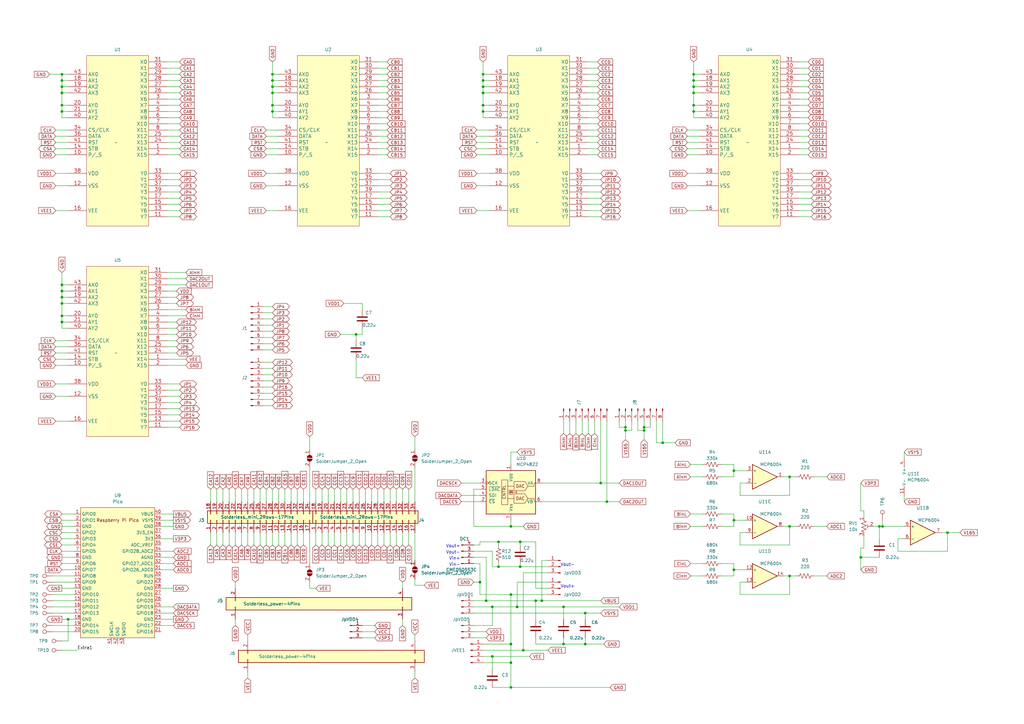
<source format=kicad_sch>
(kicad_sch (version 20230121) (generator eeschema)
  (paper "A3")
  (junction (at 25.4 119.38))
  (junction (at 213.36 222.25))
  (junction (at 198.12 33.02))
  (junction (at 284.48 45.72))
  (junction (at 111.76 33.02))
  (junction (at 231.14 248.92))
  (junction (at 284.48 38.1))
  (junction (at 111.76 43.18))
  (junction (at 264.16 176.53))
  (junction (at 27.94 254))
  (junction (at 25.4 30.48))
  (junction (at 361.95 215.9))
  (junction (at 25.4 116.84))
  (junction (at 323.85 215.9))
  (junction (at 284.48 33.02))
  (junction (at 256.54 176.53))
  (junction (at 256.54 175.26))
  (junction (at 199.39 246.38))
  (junction (at 212.09 248.92))
  (junction (at 248.92 205.74))
  (junction (at 323.85 236.22))
  (junction (at 300.99 213.36))
  (junction (at 201.93 269.24))
  (junction (at 25.4 38.1))
  (junction (at 209.55 281.94))
  (junction (at 323.85 195.58))
  (junction (at 284.48 30.48))
  (junction (at 25.4 43.18))
  (junction (at 284.48 43.18))
  (junction (at 240.03 251.46))
  (junction (at 284.48 35.56))
  (junction (at 204.47 222.25))
  (junction (at 198.12 43.18))
  (junction (at 111.76 30.48))
  (junction (at 25.4 132.08))
  (junction (at 209.55 271.78))
  (junction (at 353.06 228.6))
  (junction (at 300.99 193.04))
  (junction (at 246.38 198.12))
  (junction (at 360.68 215.9))
  (junction (at 111.76 45.72))
  (junction (at 209.55 215.9))
  (junction (at 196.85 238.76))
  (junction (at 198.12 38.1))
  (junction (at 146.05 137.16))
  (junction (at 219.71 246.38))
  (junction (at 25.4 124.46))
  (junction (at 201.93 248.92))
  (junction (at 214.63 266.7))
  (junction (at 240.03 264.16))
  (junction (at 213.36 232.41))
  (junction (at 209.55 264.16))
  (junction (at 388.62 218.44))
  (junction (at 25.4 45.72))
  (junction (at 111.76 38.1))
  (junction (at 25.4 35.56))
  (junction (at 25.4 129.54))
  (junction (at 300.99 233.68))
  (junction (at 204.47 232.41))
  (junction (at 271.78 181.61))
  (junction (at 25.4 33.02))
  (junction (at 231.14 264.16))
  (junction (at 264.16 175.26))
  (junction (at 222.25 246.38))
  (junction (at 198.12 35.56))
  (junction (at 25.4 121.92))
  (junction (at 111.76 35.56))
  (junction (at 198.12 30.48))
  (junction (at 198.12 45.72))
  (junction (at 209.55 243.84))
  (wire (pts (xy 300.99 231.14) (xy 300.99 233.68)))
  (wire (pts (xy 157.48 218.44) (xy 157.48 223.52)))
  (wire (pts (xy 96.52 218.44) (xy 96.52 223.52)))
  (wire (pts (xy 148.59 261.62) (xy 153.67 261.62)))
  (wire (pts (xy 68.58 160.02) (xy 73.66 160.02)))
  (wire (pts (xy 160.02 200.66) (xy 160.02 205.74)))
  (wire (pts (xy 269.24 181.61) (xy 271.78 181.61)))
  (wire (pts (xy 22.86 71.12) (xy 27.94 71.12)))
  (wire (pts (xy 25.4 45.72) (xy 25.4 48.26)))
  (wire (pts (xy 353.06 224.79) (xy 353.06 228.6)))
  (wire (pts (xy 111.76 45.72) (xy 114.3 45.72)))
  (wire (pts (xy 107.95 138.43) (xy 111.76 138.43)))
  (wire (pts (xy 236.22 177.8) (xy 236.22 172.72)))
  (wire (pts (xy 25.4 228.6) (xy 30.48 228.6)))
  (wire (pts (xy 68.58 175.26) (xy 73.66 175.26)))
  (wire (pts (xy 241.3 73.66) (xy 246.38 73.66)))
  (wire (pts (xy 209.55 281.94) (xy 250.19 281.94)))
  (wire (pts (xy 231.14 264.16) (xy 240.03 264.16)))
  (wire (pts (xy 25.4 43.18) (xy 27.94 43.18)))
  (wire (pts (xy 241.3 40.64) (xy 245.11 40.64)))
  (wire (pts (xy 284.48 48.26) (xy 287.02 48.26)))
  (wire (pts (xy 162.56 200.66) (xy 162.56 205.74)))
  (wire (pts (xy 213.36 232.41) (xy 224.79 232.41)))
  (wire (pts (xy 300.99 210.82) (xy 300.99 213.36)))
  (wire (pts (xy 327.66 58.42) (xy 331.47 58.42)))
  (wire (pts (xy 68.58 35.56) (xy 73.66 35.56)))
  (wire (pts (xy 25.4 124.46) (xy 27.94 124.46)))
  (wire (pts (xy 107.95 151.13) (xy 111.76 151.13)))
  (wire (pts (xy 241.3 63.5) (xy 245.11 63.5)))
  (wire (pts (xy 281.94 71.12) (xy 287.02 71.12)))
  (wire (pts (xy 194.31 223.52) (xy 196.85 223.52)))
  (wire (pts (xy 111.76 218.44) (xy 111.76 223.52)))
  (wire (pts (xy 170.18 260.35) (xy 170.18 262.89)))
  (wire (pts (xy 303.53 238.76) (xy 306.07 238.76)))
  (wire (pts (xy 21.59 238.76) (xy 30.48 238.76)))
  (wire (pts (xy 111.76 43.18) (xy 114.3 43.18)))
  (wire (pts (xy 111.76 38.1) (xy 111.76 43.18)))
  (wire (pts (xy 241.3 71.12) (xy 246.38 71.12)))
  (wire (pts (xy 68.58 121.92) (xy 72.39 121.92)))
  (wire (pts (xy 101.6 260.35) (xy 101.6 262.89)))
  (wire (pts (xy 99.06 218.44) (xy 99.06 223.52)))
  (wire (pts (xy 246.38 172.72) (xy 246.38 198.12)))
  (wire (pts (xy 93.98 200.66) (xy 93.98 205.74)))
  (wire (pts (xy 303.53 218.44) (xy 306.07 218.44)))
  (wire (pts (xy 124.46 200.66) (xy 124.46 205.74)))
  (wire (pts (xy 327.66 50.8) (xy 331.47 50.8)))
  (wire (pts (xy 107.95 135.89) (xy 111.76 135.89)))
  (wire (pts (xy 241.3 177.8) (xy 241.3 172.72)))
  (wire (pts (xy 154.94 30.48) (xy 158.75 30.48)))
  (wire (pts (xy 195.58 55.88) (xy 200.66 55.88)))
  (wire (pts (xy 198.12 35.56) (xy 198.12 38.1)))
  (wire (pts (xy 284.48 43.18) (xy 287.02 43.18)))
  (wire (pts (xy 154.94 25.4) (xy 158.75 25.4)))
  (wire (pts (xy 284.48 38.1) (xy 287.02 38.1)))
  (wire (pts (xy 323.85 215.9) (xy 326.39 215.9)))
  (wire (pts (xy 25.4 132.08) (xy 25.4 134.62)))
  (wire (pts (xy 323.85 195.58) (xy 326.39 195.58)))
  (wire (pts (xy 201.93 281.94) (xy 209.55 281.94)))
  (wire (pts (xy 327.66 33.02) (xy 331.47 33.02)))
  (wire (pts (xy 109.22 86.36) (xy 114.3 86.36)))
  (wire (pts (xy 107.95 133.35) (xy 111.76 133.35)))
  (wire (pts (xy 240.03 251.46) (xy 246.38 251.46)))
  (wire (pts (xy 147.32 218.44) (xy 147.32 223.52)))
  (wire (pts (xy 68.58 83.82) (xy 73.66 83.82)))
  (wire (pts (xy 204.47 232.41) (xy 213.36 232.41)))
  (wire (pts (xy 283.21 215.9) (xy 288.29 215.9)))
  (wire (pts (xy 241.3 60.96) (xy 245.11 60.96)))
  (wire (pts (xy 327.66 86.36) (xy 332.74 86.36)))
  (wire (pts (xy 295.91 190.5) (xy 300.99 190.5)))
  (wire (pts (xy 360.68 215.9) (xy 360.68 220.98)))
  (wire (pts (xy 114.3 30.48) (xy 111.76 30.48)))
  (wire (pts (xy 370.84 203.2) (xy 370.84 205.74)))
  (wire (pts (xy 157.48 200.66) (xy 157.48 205.74)))
  (wire (pts (xy 22.86 63.5) (xy 27.94 63.5)))
  (wire (pts (xy 209.55 264.16) (xy 209.55 271.78)))
  (wire (pts (xy 198.12 269.24) (xy 201.93 269.24)))
  (wire (pts (xy 144.78 200.66) (xy 144.78 205.74)))
  (wire (pts (xy 327.66 71.12) (xy 332.74 71.12)))
  (wire (pts (xy 154.94 78.74) (xy 160.02 78.74)))
  (wire (pts (xy 68.58 27.94) (xy 73.66 27.94)))
  (wire (pts (xy 68.58 30.48) (xy 73.66 30.48)))
  (wire (pts (xy 68.58 127) (xy 76.2 127)))
  (wire (pts (xy 165.1 218.44) (xy 165.1 223.52)))
  (wire (pts (xy 194.31 215.9) (xy 209.55 215.9)))
  (wire (pts (xy 68.58 162.56) (xy 73.66 162.56)))
  (wire (pts (xy 25.4 129.54) (xy 25.4 132.08)))
  (wire (pts (xy 353.06 228.6) (xy 360.68 228.6)))
  (wire (pts (xy 25.4 254) (xy 27.94 254)))
  (wire (pts (xy 284.48 35.56) (xy 284.48 38.1)))
  (wire (pts (xy 264.16 176.53) (xy 264.16 175.26)))
  (wire (pts (xy 146.05 137.16) (xy 146.05 139.7)))
  (wire (pts (xy 96.52 254) (xy 96.52 256.54)))
  (wire (pts (xy 25.4 111.76) (xy 25.4 116.84)))
  (wire (pts (xy 22.86 144.78) (xy 27.94 144.78)))
  (wire (pts (xy 195.58 58.42) (xy 200.66 58.42)))
  (wire (pts (xy 111.76 33.02) (xy 114.3 33.02)))
  (wire (pts (xy 204.47 222.25) (xy 204.47 223.52)))
  (wire (pts (xy 91.44 200.66) (xy 91.44 205.74)))
  (wire (pts (xy 264.16 175.26) (xy 266.7 175.26)))
  (wire (pts (xy 194.31 248.92) (xy 201.93 248.92)))
  (wire (pts (xy 241.3 38.1) (xy 245.11 38.1)))
  (wire (pts (xy 25.4 231.14) (xy 30.48 231.14)))
  (wire (pts (xy 204.47 231.14) (xy 204.47 232.41)))
  (wire (pts (xy 295.91 236.22) (xy 300.99 236.22)))
  (wire (pts (xy 66.04 256.54) (xy 71.12 256.54)))
  (wire (pts (xy 173.99 240.03) (xy 170.18 240.03)))
  (wire (pts (xy 111.76 30.48) (xy 111.76 33.02)))
  (wire (pts (xy 196.85 200.66) (xy 194.31 200.66)))
  (wire (pts (xy 327.66 35.56) (xy 331.47 35.56)))
  (wire (pts (xy 281.94 55.88) (xy 287.02 55.88)))
  (wire (pts (xy 241.3 53.34) (xy 245.11 53.34)))
  (wire (pts (xy 386.08 218.44) (xy 388.62 218.44)))
  (wire (pts (xy 137.16 200.66) (xy 137.16 205.74)))
  (wire (pts (xy 111.76 33.02) (xy 111.76 35.56)))
  (wire (pts (xy 27.94 254) (xy 30.48 254)))
  (wire (pts (xy 327.66 48.26) (xy 331.47 48.26)))
  (wire (pts (xy 361.95 213.36) (xy 361.95 215.9)))
  (wire (pts (xy 25.4 134.62) (xy 27.94 134.62)))
  (wire (pts (xy 327.66 53.34) (xy 331.47 53.34)))
  (wire (pts (xy 68.58 73.66) (xy 73.66 73.66)))
  (wire (pts (xy 154.94 88.9) (xy 160.02 88.9)))
  (wire (pts (xy 25.4 35.56) (xy 25.4 38.1)))
  (wire (pts (xy 25.4 213.36) (xy 30.48 213.36)))
  (wire (pts (xy 303.53 203.2) (xy 323.85 203.2)))
  (wire (pts (xy 129.54 218.44) (xy 129.54 223.52)))
  (wire (pts (xy 68.58 134.62) (xy 72.39 134.62)))
  (wire (pts (xy 256.54 175.26) (xy 256.54 172.72)))
  (wire (pts (xy 154.94 86.36) (xy 160.02 86.36)))
  (wire (pts (xy 284.48 35.56) (xy 287.02 35.56)))
  (wire (pts (xy 287.02 30.48) (xy 284.48 30.48)))
  (wire (pts (xy 106.68 200.66) (xy 106.68 205.74)))
  (wire (pts (xy 25.4 119.38) (xy 27.94 119.38)))
  (wire (pts (xy 66.04 213.36) (xy 71.12 213.36)))
  (wire (pts (xy 334.01 215.9) (xy 339.09 215.9)))
  (wire (pts (xy 111.76 43.18) (xy 111.76 45.72)))
  (wire (pts (xy 327.66 55.88) (xy 331.47 55.88)))
  (wire (pts (xy 96.52 238.76) (xy 96.52 241.3)))
  (wire (pts (xy 327.66 83.82) (xy 332.74 83.82)))
  (wire (pts (xy 154.94 60.96) (xy 158.75 60.96)))
  (wire (pts (xy 111.76 200.66) (xy 111.76 205.74)))
  (wire (pts (xy 68.58 81.28) (xy 73.66 81.28)))
  (wire (pts (xy 68.58 144.78) (xy 72.39 144.78)))
  (wire (pts (xy 109.22 63.5) (xy 114.3 63.5)))
  (wire (pts (xy 25.4 121.92) (xy 27.94 121.92)))
  (wire (pts (xy 241.3 33.02) (xy 245.11 33.02)))
  (wire (pts (xy 189.23 205.74) (xy 196.85 205.74)))
  (wire (pts (xy 259.08 172.72) (xy 259.08 176.53)))
  (wire (pts (xy 241.3 50.8) (xy 245.11 50.8)))
  (wire (pts (xy 25.4 121.92) (xy 25.4 124.46)))
  (wire (pts (xy 198.12 43.18) (xy 198.12 45.72)))
  (wire (pts (xy 107.95 166.37) (xy 111.76 166.37)))
  (wire (pts (xy 154.94 71.12) (xy 160.02 71.12)))
  (wire (pts (xy 109.22 200.66) (xy 109.22 205.74)))
  (wire (pts (xy 199.39 228.6) (xy 199.39 246.38)))
  (wire (pts (xy 189.23 203.2) (xy 196.85 203.2)))
  (wire (pts (xy 68.58 137.16) (xy 72.39 137.16)))
  (wire (pts (xy 66.04 220.98) (xy 71.12 220.98)))
  (wire (pts (xy 201.93 256.54) (xy 201.93 248.92)))
  (wire (pts (xy 154.94 33.02) (xy 158.75 33.02)))
  (wire (pts (xy 111.76 35.56) (xy 114.3 35.56)))
  (wire (pts (xy 140.97 124.46) (xy 148.59 124.46)))
  (wire (pts (xy 124.46 218.44) (xy 124.46 223.52)))
  (wire (pts (xy 306.07 198.12) (xy 303.53 198.12)))
  (wire (pts (xy 212.09 238.76) (xy 212.09 248.92)))
  (wire (pts (xy 111.76 38.1) (xy 114.3 38.1)))
  (wire (pts (xy 22.86 58.42) (xy 27.94 58.42)))
  (wire (pts (xy 68.58 116.84) (xy 76.2 116.84)))
  (wire (pts (xy 201.93 269.24) (xy 217.17 269.24)))
  (wire (pts (xy 241.3 35.56) (xy 245.11 35.56)))
  (wire (pts (xy 201.93 269.24) (xy 201.93 274.32)))
  (wire (pts (xy 198.12 266.7) (xy 214.63 266.7)))
  (wire (pts (xy 68.58 63.5) (xy 73.66 63.5)))
  (wire (pts (xy 109.22 218.44) (xy 109.22 223.52)))
  (wire (pts (xy 240.03 261.62) (xy 240.03 264.16)))
  (wire (pts (xy 154.94 45.72) (xy 158.75 45.72)))
  (wire (pts (xy 233.68 177.8) (xy 233.68 172.72)))
  (wire (pts (xy 68.58 172.72) (xy 73.66 172.72)))
  (wire (pts (xy 149.86 218.44) (xy 149.86 223.52)))
  (wire (pts (xy 21.59 259.08) (xy 30.48 259.08)))
  (wire (pts (xy 68.58 165.1) (xy 73.66 165.1)))
  (wire (pts (xy 154.94 218.44) (xy 154.94 223.52)))
  (wire (pts (xy 241.3 55.88) (xy 245.11 55.88)))
  (wire (pts (xy 368.3 226.06) (xy 388.62 226.06)))
  (wire (pts (xy 27.94 116.84) (xy 25.4 116.84)))
  (wire (pts (xy 241.3 25.4) (xy 245.11 25.4)))
  (wire (pts (xy 93.98 218.44) (xy 93.98 223.52)))
  (wire (pts (xy 254 172.72) (xy 254 175.26)))
  (wire (pts (xy 281.94 86.36) (xy 287.02 86.36)))
  (wire (pts (xy 116.84 218.44) (xy 116.84 223.52)))
  (wire (pts (xy 68.58 43.18) (xy 73.66 43.18)))
  (wire (pts (xy 195.58 86.36) (xy 200.66 86.36)))
  (wire (pts (xy 68.58 76.2) (xy 73.66 76.2)))
  (wire (pts (xy 154.94 48.26) (xy 158.75 48.26)))
  (wire (pts (xy 360.68 215.9) (xy 361.95 215.9)))
  (wire (pts (xy 370.84 220.98) (xy 368.3 220.98)))
  (wire (pts (xy 241.3 27.94) (xy 245.11 27.94)))
  (wire (pts (xy 107.95 153.67) (xy 111.76 153.67)))
  (wire (pts (xy 147.32 200.66) (xy 147.32 205.74)))
  (wire (pts (xy 25.4 210.82) (xy 30.48 210.82)))
  (wire (pts (xy 224.79 229.87) (xy 222.25 229.87)))
  (wire (pts (xy 68.58 86.36) (xy 73.66 86.36)))
  (wire (pts (xy 127 218.44) (xy 127 231.14)))
  (wire (pts (xy 165.1 238.76) (xy 165.1 241.3)))
  (wire (pts (xy 361.95 215.9) (xy 370.84 215.9)))
  (wire (pts (xy 71.12 254) (xy 66.04 254)))
  (wire (pts (xy 327.66 81.28) (xy 332.74 81.28)))
  (wire (pts (xy 25.4 218.44) (xy 30.48 218.44)))
  (wire (pts (xy 283.21 210.82) (xy 288.29 210.82)))
  (wire (pts (xy 68.58 53.34) (xy 73.66 53.34)))
  (wire (pts (xy 327.66 38.1) (xy 331.47 38.1)))
  (wire (pts (xy 321.31 195.58) (xy 323.85 195.58)))
  (wire (pts (xy 154.94 50.8) (xy 158.75 50.8)))
  (wire (pts (xy 195.58 76.2) (xy 200.66 76.2)))
  (wire (pts (xy 283.21 190.5) (xy 288.29 190.5)))
  (wire (pts (xy 134.62 218.44) (xy 134.62 223.52)))
  (wire (pts (xy 149.86 200.66) (xy 149.86 205.74)))
  (wire (pts (xy 209.55 243.84) (xy 224.79 243.84)))
  (wire (pts (xy 201.93 248.92) (xy 212.09 248.92)))
  (wire (pts (xy 127 179.07) (xy 127 184.15)))
  (wire (pts (xy 327.66 60.96) (xy 331.47 60.96)))
  (wire (pts (xy 86.36 218.44) (xy 86.36 223.52)))
  (wire (pts (xy 300.99 190.5) (xy 300.99 193.04)))
  (wire (pts (xy 231.14 248.92) (xy 254 248.92)))
  (wire (pts (xy 321.31 215.9) (xy 323.85 215.9)))
  (wire (pts (xy 22.86 142.24) (xy 27.94 142.24)))
  (wire (pts (xy 68.58 139.7) (xy 72.39 139.7)))
  (wire (pts (xy 25.4 45.72) (xy 27.94 45.72)))
  (wire (pts (xy 219.71 264.16) (xy 231.14 264.16)))
  (wire (pts (xy 99.06 200.66) (xy 99.06 205.74)))
  (wire (pts (xy 27.94 262.89) (xy 27.94 254)))
  (wire (pts (xy 68.58 119.38) (xy 72.39 119.38)))
  (wire (pts (xy 148.59 154.94) (xy 146.05 154.94)))
  (wire (pts (xy 111.76 35.56) (xy 111.76 38.1)))
  (wire (pts (xy 256.54 176.53) (xy 256.54 175.26)))
  (wire (pts (xy 25.4 223.52) (xy 30.48 223.52)))
  (wire (pts (xy 68.58 78.74) (xy 73.66 78.74)))
  (wire (pts (xy 25.4 132.08) (xy 27.94 132.08)))
  (wire (pts (xy 119.38 218.44) (xy 119.38 223.52)))
  (wire (pts (xy 353.06 209.55) (xy 353.06 198.12)))
  (wire (pts (xy 199.39 246.38) (xy 219.71 246.38)))
  (wire (pts (xy 134.62 200.66) (xy 134.62 205.74)))
  (wire (pts (xy 22.86 55.88) (xy 27.94 55.88)))
  (wire (pts (xy 321.31 236.22) (xy 323.85 236.22)))
  (wire (pts (xy 68.58 38.1) (xy 73.66 38.1)))
  (wire (pts (xy 198.12 48.26) (xy 200.66 48.26)))
  (wire (pts (xy 68.58 111.76) (xy 76.2 111.76)))
  (wire (pts (xy 284.48 33.02) (xy 287.02 33.02)))
  (wire (pts (xy 295.91 195.58) (xy 300.99 195.58)))
  (wire (pts (xy 198.12 45.72) (xy 200.66 45.72)))
  (wire (pts (xy 241.3 88.9) (xy 246.38 88.9)))
  (wire (pts (xy 68.58 45.72) (xy 73.66 45.72)))
  (wire (pts (xy 129.54 241.3) (xy 127 241.3)))
  (wire (pts (xy 323.85 215.9) (xy 323.85 223.52)))
  (wire (pts (xy 25.4 266.7) (xy 31.75 266.7)))
  (wire (pts (xy 107.95 148.59) (xy 111.76 148.59)))
  (wire (pts (xy 261.62 176.53) (xy 264.16 176.53)))
  (wire (pts (xy 219.71 241.3) (xy 224.79 241.3)))
  (wire (pts (xy 198.12 25.4) (xy 198.12 30.48)))
  (wire (pts (xy 68.58 88.9) (xy 73.66 88.9)))
  (wire (pts (xy 370.84 185.42) (xy 370.84 187.96)))
  (wire (pts (xy 224.79 238.76) (xy 212.09 238.76)))
  (wire (pts (xy 165.1 254) (xy 165.1 256.54)))
  (wire (pts (xy 109.22 58.42) (xy 114.3 58.42)))
  (wire (pts (xy 240.03 264.16) (xy 247.65 264.16)))
  (wire (pts (xy 327.66 73.66) (xy 332.74 73.66)))
  (wire (pts (xy 25.4 43.18) (xy 25.4 45.72)))
  (wire (pts (xy 243.84 177.8) (xy 243.84 172.72)))
  (wire (pts (xy 167.64 218.44) (xy 167.64 223.52)))
  (wire (pts (xy 303.53 238.76) (xy 303.53 243.84)))
  (wire (pts (xy 222.25 246.38) (xy 246.38 246.38)))
  (wire (pts (xy 22.86 147.32) (xy 27.94 147.32)))
  (wire (pts (xy 68.58 132.08) (xy 72.39 132.08)))
  (wire (pts (xy 213.36 231.14) (xy 213.36 232.41)))
  (wire (pts (xy 132.08 200.66) (xy 132.08 205.74)))
  (wire (pts (xy 22.86 60.96) (xy 27.94 60.96)))
  (wire (pts (xy 284.48 33.02) (xy 284.48 35.56)))
  (wire (pts (xy 22.86 139.7) (xy 27.94 139.7)))
  (wire (pts (xy 109.22 76.2) (xy 114.3 76.2)))
  (wire (pts (xy 127 191.77) (xy 127 205.74)))
  (wire (pts (xy 111.76 25.4) (xy 111.76 30.48)))
  (wire (pts (xy 219.71 246.38) (xy 219.71 254)))
  (wire (pts (xy 354.33 219.71) (xy 354.33 224.79)))
  (wire (pts (xy 198.12 45.72) (xy 198.12 48.26)))
  (wire (pts (xy 154.94 58.42) (xy 158.75 58.42)))
  (wire (pts (xy 68.58 129.54) (xy 76.2 129.54)))
  (wire (pts (xy 281.94 63.5) (xy 287.02 63.5)))
  (wire (pts (xy 195.58 60.96) (xy 200.66 60.96)))
  (wire (pts (xy 198.12 33.02) (xy 200.66 33.02)))
  (wire (pts (xy 334.01 195.58) (xy 339.09 195.58)))
  (wire (pts (xy 196.85 243.84) (xy 209.55 243.84)))
  (wire (pts (xy 114.3 218.44) (xy 114.3 223.52)))
  (wire (pts (xy 71.12 228.6) (xy 66.04 228.6)))
  (wire (pts (xy 196.85 238.76) (xy 196.85 243.84)))
  (wire (pts (xy 214.63 234.95) (xy 214.63 266.7)))
  (wire (pts (xy 25.4 33.02) (xy 27.94 33.02)))
  (wire (pts (xy 209.55 213.36) (xy 209.55 215.9)))
  (wire (pts (xy 271.78 181.61) (xy 276.86 181.61)))
  (wire (pts (xy 68.58 71.12) (xy 73.66 71.12)))
  (wire (pts (xy 104.14 200.66) (xy 104.14 205.74)))
  (wire (pts (xy 68.58 114.3) (xy 76.2 114.3)))
  (wire (pts (xy 284.48 43.18) (xy 284.48 45.72)))
  (wire (pts (xy 194.31 251.46) (xy 240.03 251.46)))
  (wire (pts (xy 20.32 30.48) (xy 25.4 30.48)))
  (wire (pts (xy 300.99 233.68) (xy 306.07 233.68)))
  (wire (pts (xy 248.92 205.74) (xy 254 205.74)))
  (wire (pts (xy 323.85 195.58) (xy 323.85 203.2)))
  (wire (pts (xy 300.99 193.04) (xy 306.07 193.04)))
  (wire (pts (xy 283.21 236.22) (xy 288.29 236.22)))
  (wire (pts (xy 194.31 246.38) (xy 199.39 246.38)))
  (wire (pts (xy 22.86 172.72) (xy 27.94 172.72)))
  (wire (pts (xy 148.59 259.08) (xy 153.67 259.08)))
  (wire (pts (xy 22.86 86.36) (xy 27.94 86.36)))
  (wire (pts (xy 198.12 35.56) (xy 200.66 35.56)))
  (wire (pts (xy 68.58 170.18) (xy 73.66 170.18)))
  (wire (pts (xy 295.91 215.9) (xy 300.99 215.9)))
  (wire (pts (xy 154.94 43.18) (xy 158.75 43.18)))
  (wire (pts (xy 101.6 218.44) (xy 101.6 223.52)))
  (wire (pts (xy 231.14 261.62) (xy 231.14 264.16)))
  (wire (pts (xy 107.95 158.75) (xy 111.76 158.75)))
  (wire (pts (xy 114.3 200.66) (xy 114.3 205.74)))
  (wire (pts (xy 154.94 27.94) (xy 158.75 27.94)))
  (wire (pts (xy 68.58 25.4) (xy 73.66 25.4)))
  (wire (pts (xy 196.85 231.14) (xy 196.85 238.76)))
  (wire (pts (xy 300.99 193.04) (xy 300.99 195.58)))
  (wire (pts (xy 213.36 222.25) (xy 219.71 222.25)))
  (wire (pts (xy 106.68 218.44) (xy 106.68 223.52)))
  (wire (pts (xy 327.66 43.18) (xy 331.47 43.18)))
  (wire (pts (xy 209.55 243.84) (xy 209.55 264.16)))
  (wire (pts (xy 170.18 275.59) (xy 170.18 278.13)))
  (wire (pts (xy 88.9 200.66) (xy 88.9 205.74)))
  (wire (pts (xy 194.31 238.76) (xy 196.85 238.76)))
  (wire (pts (xy 281.94 53.34) (xy 287.02 53.34)))
  (wire (pts (xy 25.4 38.1) (xy 27.94 38.1)))
  (wire (pts (xy 222.25 198.12) (xy 246.38 198.12)))
  (wire (pts (xy 22.86 53.34) (xy 27.94 53.34)))
  (wire (pts (xy 209.55 185.42) (xy 209.55 190.5)))
  (wire (pts (xy 196.85 223.52) (xy 196.85 222.25)))
  (wire (pts (xy 129.54 200.66) (xy 129.54 205.74)))
  (wire (pts (xy 214.63 266.7) (xy 224.79 266.7)))
  (wire (pts (xy 198.12 264.16) (xy 209.55 264.16)))
  (wire (pts (xy 266.7 172.72) (xy 266.7 175.26)))
  (wire (pts (xy 21.59 248.92) (xy 30.48 248.92)))
  (wire (pts (xy 194.31 259.08) (xy 199.39 259.08)))
  (wire (pts (xy 146.05 137.16) (xy 148.59 137.16)))
  (wire (pts (xy 334.01 236.22) (xy 339.09 236.22)))
  (wire (pts (xy 154.94 38.1) (xy 158.75 38.1)))
  (wire (pts (xy 170.18 237.49) (xy 170.18 240.03)))
  (wire (pts (xy 101.6 200.66) (xy 101.6 205.74)))
  (wire (pts (xy 241.3 30.48) (xy 245.11 30.48)))
  (wire (pts (xy 66.04 226.06) (xy 71.12 226.06)))
  (wire (pts (xy 68.58 124.46) (xy 72.39 124.46)))
  (wire (pts (xy 165.1 200.66) (xy 165.1 205.74)))
  (wire (pts (xy 127 238.76) (xy 127 241.3)))
  (wire (pts (xy 248.92 172.72) (xy 248.92 205.74)))
  (wire (pts (xy 222.25 205.74) (xy 248.92 205.74)))
  (wire (pts (xy 66.04 251.46) (xy 71.12 251.46)))
  (wire (pts (xy 256.54 176.53) (xy 259.08 176.53)))
  (wire (pts (xy 107.95 156.21) (xy 111.76 156.21)))
  (wire (pts (xy 219.71 222.25) (xy 219.71 241.3)))
  (wire (pts (xy 109.22 71.12) (xy 114.3 71.12)))
  (wire (pts (xy 101.6 275.59) (xy 101.6 278.13)))
  (wire (pts (xy 21.59 243.84) (xy 30.48 243.84)))
  (wire (pts (xy 219.71 246.38) (xy 222.25 246.38)))
  (wire (pts (xy 154.94 53.34) (xy 158.75 53.34)))
  (wire (pts (xy 303.53 243.84) (xy 323.85 243.84)))
  (wire (pts (xy 281.94 58.42) (xy 287.02 58.42)))
  (wire (pts (xy 21.59 246.38) (xy 30.48 246.38)))
  (wire (pts (xy 254 175.26) (xy 256.54 175.26)))
  (wire (pts (xy 241.3 45.72) (xy 245.11 45.72)))
  (wire (pts (xy 148.59 134.62) (xy 148.59 137.16)))
  (wire (pts (xy 241.3 83.82) (xy 246.38 83.82)))
  (wire (pts (xy 25.4 30.48) (xy 25.4 33.02)))
  (wire (pts (xy 264.16 180.34) (xy 264.16 176.53)))
  (wire (pts (xy 241.3 81.28) (xy 246.38 81.28)))
  (wire (pts (xy 281.94 76.2) (xy 287.02 76.2)))
  (wire (pts (xy 154.94 40.64) (xy 158.75 40.64)))
  (wire (pts (xy 198.12 43.18) (xy 200.66 43.18)))
  (wire (pts (xy 25.4 35.56) (xy 27.94 35.56)))
  (wire (pts (xy 194.31 231.14) (xy 196.85 231.14)))
  (wire (pts (xy 66.04 210.82) (xy 71.12 210.82)))
  (wire (pts (xy 200.66 30.48) (xy 198.12 30.48)))
  (wire (pts (xy 27.94 30.48) (xy 25.4 30.48)))
  (wire (pts (xy 241.3 86.36) (xy 246.38 86.36)))
  (wire (pts (xy 107.95 163.83) (xy 111.76 163.83)))
  (wire (pts (xy 68.58 55.88) (xy 73.66 55.88)))
  (wire (pts (xy 354.33 209.55) (xy 353.06 209.55)))
  (wire (pts (xy 303.53 218.44) (xy 303.53 223.52)))
  (wire (pts (xy 111.76 48.26) (xy 114.3 48.26)))
  (wire (pts (xy 283.21 231.14) (xy 288.29 231.14)))
  (wire (pts (xy 198.12 38.1) (xy 198.12 43.18)))
  (wire (pts (xy 261.62 172.72) (xy 261.62 176.53)))
  (wire (pts (xy 198.12 30.48) (xy 198.12 33.02)))
  (wire (pts (xy 104.14 218.44) (xy 104.14 223.52)))
  (wire (pts (xy 284.48 38.1) (xy 284.48 43.18)))
  (wire (pts (xy 170.18 218.44) (xy 170.18 229.87)))
  (wire (pts (xy 240.03 251.46) (xy 240.03 254)))
  (wire (pts (xy 154.94 73.66) (xy 160.02 73.66)))
  (wire (pts (xy 146.05 154.94) (xy 146.05 147.32)))
  (wire (pts (xy 152.4 218.44) (xy 152.4 223.52)))
  (wire (pts (xy 66.04 233.68) (xy 71.12 233.68)))
  (wire (pts (xy 189.23 198.12) (xy 196.85 198.12)))
  (wire (pts (xy 25.4 129.54) (xy 27.94 129.54)))
  (wire (pts (xy 284.48 30.48) (xy 284.48 33.02)))
  (wire (pts (xy 231.14 177.8) (xy 231.14 172.72)))
  (wire (pts (xy 170.18 191.77) (xy 170.18 205.74)))
  (wire (pts (xy 107.95 140.97) (xy 111.76 140.97)))
  (wire (pts (xy 25.4 215.9) (xy 30.48 215.9)))
  (wire (pts (xy 303.53 198.12) (xy 303.53 203.2)))
  (wire (pts (xy 107.95 125.73) (xy 111.76 125.73)))
  (wire (pts (xy 358.14 215.9) (xy 360.68 215.9)))
  (wire (pts (xy 256.54 180.34) (xy 256.54 176.53)))
  (wire (pts (xy 107.95 161.29) (xy 111.76 161.29)))
  (wire (pts (xy 269.24 172.72) (xy 269.24 181.61)))
  (wire (pts (xy 71.12 215.9) (xy 66.04 215.9)))
  (wire (pts (xy 142.24 200.66) (xy 142.24 205.74)))
  (wire (pts (xy 300.99 213.36) (xy 300.99 215.9)))
  (wire (pts (xy 212.09 185.42) (xy 209.55 185.42)))
  (wire (pts (xy 194.31 228.6) (xy 199.39 228.6)))
  (wire (pts (xy 142.24 218.44) (xy 142.24 223.52)))
  (wire (pts (xy 21.59 236.22) (xy 30.48 236.22)))
  (wire (pts (xy 68.58 157.48) (xy 73.66 157.48)))
  (wire (pts (xy 327.66 78.74) (xy 332.74 78.74)))
  (wire (pts (xy 25.4 48.26) (xy 27.94 48.26)))
  (wire (pts (xy 119.38 200.66) (xy 119.38 205.74)))
  (wire (pts (xy 327.66 25.4) (xy 331.47 25.4)))
  (wire (pts (xy 139.7 137.16) (xy 146.05 137.16)))
  (wire (pts (xy 66.04 248.92) (xy 71.12 248.92)))
  (wire (pts (xy 25.4 33.02) (xy 25.4 35.56)))
  (wire (pts (xy 231.14 248.92) (xy 231.14 254)))
  (wire (pts (xy 246.38 198.12) (xy 254 198.12)))
  (wire (pts (xy 88.9 218.44) (xy 88.9 223.52)))
  (wire (pts (xy 139.7 218.44) (xy 139.7 223.52)))
  (wire (pts (xy 154.94 76.2) (xy 160.02 76.2)))
  (wire (pts (xy 86.36 200.66) (xy 86.36 205.74)))
  (wire (pts (xy 388.62 218.44) (xy 393.7 218.44)))
  (wire (pts (xy 68.58 149.86) (xy 76.2 149.86)))
  (wire (pts (xy 213.36 222.25) (xy 213.36 223.52)))
  (wire (pts (xy 209.55 271.78) (xy 209.55 281.94)))
  (wire (pts (xy 284.48 45.72) (xy 284.48 48.26)))
  (wire (pts (xy 194.31 226.06) (xy 201.93 226.06)))
  (wire (pts (xy 327.66 40.64) (xy 331.47 40.64)))
  (wire (pts (xy 354.33 224.79) (xy 353.06 224.79)))
  (wire (pts (xy 111.76 45.72) (xy 111.76 48.26)))
  (wire (pts (xy 25.4 119.38) (xy 25.4 121.92)))
  (wire (pts (xy 121.92 218.44) (xy 121.92 223.52)))
  (wire (pts (xy 107.95 130.81) (xy 111.76 130.81)))
  (wire (pts (xy 284.48 25.4) (xy 284.48 30.48)))
  (wire (pts (xy 198.12 271.78) (xy 209.55 271.78)))
  (wire (pts (xy 152.4 200.66) (xy 152.4 205.74)))
  (wire (pts (xy 109.22 60.96) (xy 114.3 60.96)))
  (wire (pts (xy 25.4 226.06) (xy 30.48 226.06)))
  (wire (pts (xy 219.71 261.62) (xy 219.71 264.16)))
  (wire (pts (xy 327.66 30.48) (xy 331.47 30.48)))
  (wire (pts (xy 68.58 60.96) (xy 73.66 60.96)))
  (wire (pts (xy 300.99 213.36) (xy 306.07 213.36)))
  (wire (pts (xy 238.76 177.8) (xy 238.76 172.72)))
  (wire (pts (xy 241.3 43.18) (xy 245.11 43.18)))
  (wire (pts (xy 25.4 116.84) (xy 25.4 119.38)))
  (wire (pts (xy 154.94 81.28) (xy 160.02 81.28)))
  (wire (pts (xy 295.91 210.82) (xy 300.99 210.82)))
  (wire (pts (xy 68.58 50.8) (xy 73.66 50.8)))
  (wire (pts (xy 66.04 231.14) (xy 71.12 231.14)))
  (wire (pts (xy 25.4 262.89) (xy 27.94 262.89)))
  (wire (pts (xy 154.94 35.56) (xy 158.75 35.56)))
  (wire (pts (xy 68.58 40.64) (xy 73.66 40.64)))
  (wire (pts (xy 195.58 53.34) (xy 200.66 53.34)))
  (wire (pts (xy 109.22 55.88) (xy 114.3 55.88)))
  (wire (pts (xy 194.31 200.66) (xy 194.31 215.9)))
  (wire (pts (xy 264.16 175.26) (xy 264.16 172.72)))
  (wire (pts (xy 170.18 179.07) (xy 170.18 184.15)))
  (wire (pts (xy 25.4 38.1) (xy 25.4 43.18)))
  (wire (pts (xy 107.95 128.27) (xy 111.76 128.27)))
  (wire (pts (xy 284.48 45.72) (xy 287.02 45.72)))
  (wire (pts (xy 22.86 162.56) (xy 27.94 162.56)))
  (wire (pts (xy 25.4 124.46) (xy 25.4 129.54)))
  (wire (pts (xy 327.66 45.72) (xy 331.47 45.72)))
  (wire (pts (xy 194.31 256.54) (xy 201.93 256.54)))
  (wire (pts (xy 283.21 195.58) (xy 288.29 195.58)))
  (wire (pts (xy 195.58 63.5) (xy 200.66 63.5)))
  (wire (pts (xy 241.3 78.74) (xy 246.38 78.74)))
  (wire (pts (xy 281.94 60.96) (xy 287.02 60.96)))
  (wire (pts (xy 162.56 218.44) (xy 162.56 223.52)))
  (wire (pts (xy 22.86 76.2) (xy 27.94 76.2)))
  (wire (pts (xy 368.3 220.98) (xy 368.3 226.06)))
  (wire (pts (xy 68.58 58.42) (xy 73.66 58.42)))
  (wire (pts (xy 154.94 83.82) (xy 160.02 83.82)))
  (wire (pts (xy 25.4 220.98) (xy 30.48 220.98)))
  (wire (pts (xy 198.12 33.02) (xy 198.12 35.56)))
  (wire (pts (xy 198.12 38.1) (xy 200.66 38.1)))
  (wire (pts (xy 323.85 236.22) (xy 326.39 236.22)))
  (wire (pts (xy 71.12 241.3) (xy 66.04 241.3)))
  (wire (pts (xy 354.33 209.55) (xy 354.33 212.09)))
  (wire (pts (xy 22.86 157.48) (xy 27.94 157.48)))
  (wire (pts (xy 68.58 142.24) (xy 72.39 142.24)))
  (wire (pts (xy 68.58 33.02) (xy 73.66 33.02)))
  (wire (pts (xy 241.3 58.42) (xy 245.11 58.42)))
  (wire (pts (xy 241.3 76.2) (xy 246.38 76.2)))
  (wire (pts (xy 22.86 149.86) (xy 27.94 149.86)))
  (wire (pts (xy 195.58 71.12) (xy 200.66 71.12)))
  (wire (pts (xy 68.58 147.32) (xy 76.2 147.32)))
  (wire (pts (xy 96.52 200.66) (xy 96.52 205.74)))
  (wire (pts (xy 68.58 48.26) (xy 73.66 48.26)))
  (wire (pts (xy 194.31 261.62) (xy 199.39 261.62)))
  (wire (pts (xy 144.78 218.44) (xy 144.78 223.52)))
  (wire (pts (xy 241.3 48.26) (xy 245.11 48.26)))
  (wire (pts (xy 132.08 218.44) (xy 132.08 223.52)))
  (wire (pts (xy 209.55 215.9) (xy 214.63 215.9)))
  (wire (pts (xy 271.78 172.72) (xy 271.78 181.61)))
  (wire (pts (xy 109.22 53.34) (xy 114.3 53.34)))
  (wire (pts (xy 91.44 218.44) (xy 91.44 223.52)))
  (wire (pts (xy 327.66 63.5) (xy 331.47 63.5)))
  (wire (pts (xy 303.53 223.52) (xy 323.85 223.52)))
  (wire (pts (xy 116.84 200.66) (xy 116.84 205.74)))
  (wire (pts (xy 353.06 228.6) (xy 353.06 233.68)))
  (wire (pts (xy 295.91 231.14) (xy 300.99 231.14)))
  (wire (pts (xy 107.95 143.51) (xy 111.76 143.51)))
  (wire (pts (xy 139.7 200.66) (xy 139.7 205.74)))
  (wire (pts (xy 21.59 251.46) (xy 30.48 251.46)))
  (wire (pts (xy 300.99 233.68) (xy 300.99 236.22)))
  (wire (pts (xy 25.4 241.3) (xy 30.48 241.3)))
  (wire (pts (xy 154.94 63.5) (xy 158.75 63.5)))
  (wire (pts (xy 25.4 233.68) (xy 30.48 233.68)))
  (wire (pts (xy 196.85 222.25) (xy 204.47 222.25)))
  (wire (pts (xy 154.94 200.66) (xy 154.94 205.74)))
  (wire (pts (xy 201.93 226.06) (xy 201.93 232.41)))
  (wire (pts (xy 327.66 88.9) (xy 332.74 88.9)))
  (wire (pts (xy 214.63 234.95) (xy 224.79 234.95)))
  (wire (pts (xy 148.59 124.46) (xy 148.59 127)))
  (wire (pts (xy 388.62 226.06) (xy 388.62 218.44)))
  (wire (pts (xy 222.25 229.87) (xy 222.25 246.38)))
  (wire (pts (xy 327.66 27.94) (xy 331.47 27.94)))
  (wire (pts (xy 121.92 200.66) (xy 121.92 205.74)))
  (wire (pts (xy 323.85 243.84) (xy 323.85 236.22)))
  (wire (pts (xy 160.02 218.44) (xy 160.02 223.52)))
  (wire (pts (xy 154.94 55.88) (xy 158.75 55.88)))
  (wire (pts (xy 137.16 218.44) (xy 137.16 223.52)))
  (wire (pts (xy 212.09 248.92) (xy 231.14 248.92)))
  (wire (pts (xy 21.59 256.54) (xy 30.48 256.54)))
  (wire (pts (xy 68.58 167.64) (xy 73.66 167.64)))
  (wire (pts (xy 201.93 232.41) (xy 204.47 232.41)))
  (wire (pts (xy 327.66 76.2) (xy 332.74 76.2)))
  (wire (pts (xy 204.47 222.25) (xy 213.36 222.25)))
  (wire (pts (xy 167.64 200.66) (xy 167.64 205.74)))
  (wire (pts (xy 148.59 256.54) (xy 153.67 256.54)))
  (text "Vin+" (at 184.15 229.87 0) (effects (font (size 1.27 1.27)) (justify left bottom)))
  (text "Vout+" (at 229.87 241.3 0) (effects (font (size 1.27 1.27)) (justify left bottom)))
  (text "Vout+" (at 182.88 224.79 0) (effects (font (size 1.27 1.27)) (justify left bottom)))
  (text "Vout-" (at 182.88 227.33 0) (effects (font (size 1.27 1.27)) (justify left bottom)))
  (text "Vout-" (at 229.87 232.41 0) (effects (font (size 1.27 1.27)) (justify left bottom)))
  (text "Vin-" (at 184.15 232.41 0) (effects (font (size 1.27 1.27)) (justify left bottom)))
  (label "Extra1" (at 31.75 266.7 0))
  (global_label "CinL" (shape input) (at 243.84 177.8 270) (property "Intersheetrefs" "${INTERSHEET_REFS}" (effects hide)))
  (global_label "GND" (shape input) (at 214.63 215.9 0) (property "Intersheetrefs" "${INTERSHEET_REFS}" (effects hide)))
  (global_label "JP15" (shape bidirectional) (at 332.74 86.36 0) (property "Intersheetrefs" "${INTERSHEET_REFS}" (effects hide)))
  (global_label "AinL" (shape input) (at 233.68 177.8 270) (property "Intersheetrefs" "${INTERSHEET_REFS}" (effects hide)))
  (global_label "JP7" (shape bidirectional) (at 73.66 86.36 0) (property "Intersheetrefs" "${INTERSHEET_REFS}" (effects hide)))
  (global_label "VEE1" (shape input) (at 109.22 86.36 180) (property "Intersheetrefs" "${INTERSHEET_REFS}" (effects hide)))
  (global_label "CB5" (shape input) (at 158.75 38.1 0) (property "Intersheetrefs" "${INTERSHEET_REFS}" (effects hide)))
  (global_label "VEE1" (shape input) (at 148.59 154.94 0) (property "Intersheetrefs" "${INTERSHEET_REFS}" (effects hide)))
  (global_label "CinH" (shape input) (at 283.21 236.22 180) (property "Intersheetrefs" "${INTERSHEET_REFS}" (effects hide)))
  (global_label "GND" (shape output) (at 25.4 215.9 180) (property "Intersheetrefs" "${INTERSHEET_REFS}" (effects hide)))
  (global_label "GND" (shape input) (at 195.58 63.5 180) (property "Intersheetrefs" "${INTERSHEET_REFS}" (effects hide)))
  (global_label "CD14" (shape input) (at 160.02 223.52 270) (property "Intersheetrefs" "${INTERSHEET_REFS}" (effects hide)))
  (global_label "CD13" (shape input) (at 331.47 58.42 0) (property "Intersheetrefs" "${INTERSHEET_REFS}" (effects hide)))
  (global_label "CD10" (shape input) (at 331.47 50.8 0) (property "Intersheetrefs" "${INTERSHEET_REFS}" (effects hide)))
  (global_label "CC15" (shape input) (at 139.7 200.66 90) (property "Intersheetrefs" "${INTERSHEET_REFS}" (effects hide)))
  (global_label "CC2" (shape input) (at 134.62 200.66 90) (property "Intersheetrefs" "${INTERSHEET_REFS}" (effects hide)))
  (global_label "GND" (shape output) (at 71.12 254 0) (property "Intersheetrefs" "${INTERSHEET_REFS}" (effects hide)))
  (global_label "VEE" (shape input) (at 217.17 269.24 0) (property "Intersheetrefs" "${INTERSHEET_REFS}" (effects hide)))
  (global_label "JP7" (shape bidirectional) (at 111.76 138.43 0) (property "Intersheetrefs" "${INTERSHEET_REFS}" (effects hide)))
  (global_label "DACSCK" (shape input) (at 189.23 198.12 180) (property "Intersheetrefs" "${INTERSHEET_REFS}" (effects hide)))
  (global_label "JP1" (shape bidirectional) (at 160.02 71.12 0) (property "Intersheetrefs" "${INTERSHEET_REFS}" (effects hide)))
  (global_label "VCC" (shape input) (at 170.18 260.35 90) (property "Intersheetrefs" "${INTERSHEET_REFS}" (effects hide)))
  (global_label "CA2" (shape input) (at 73.66 30.48 0) (property "Intersheetrefs" "${INTERSHEET_REFS}" (effects hide)))
  (global_label "JP7" (shape bidirectional) (at 72.39 124.46 0) (property "Intersheetrefs" "${INTERSHEET_REFS}" (effects hide)))
  (global_label "CA4" (shape input) (at 88.9 200.66 90) (property "Intersheetrefs" "${INTERSHEET_REFS}" (effects hide)))
  (global_label "VDD" (shape input) (at 170.18 179.07 90) (property "Intersheetrefs" "${INTERSHEET_REFS}" (effects hide)))
  (global_label "CA12" (shape input) (at 86.36 200.66 90) (property "Intersheetrefs" "${INTERSHEET_REFS}" (effects hide)))
  (global_label "RST" (shape input) (at 109.22 58.42 180) (property "Intersheetrefs" "${INTERSHEET_REFS}" (effects hide)))
  (global_label "RST" (shape input) (at 195.58 58.42 180) (property "Intersheetrefs" "${INTERSHEET_REFS}" (effects hide)))
  (global_label "CD15" (shape input) (at 331.47 63.5 0) (property "Intersheetrefs" "${INTERSHEET_REFS}" (effects hide)))
  (global_label "VSYS" (shape input) (at 212.09 185.42 0) (property "Intersheetrefs" "${INTERSHEET_REFS}" (effects hide)))
  (global_label "CA13" (shape input) (at 86.36 223.52 270) (property "Intersheetrefs" "${INTERSHEET_REFS}" (effects hide)))
  (global_label "CA14" (shape input) (at 96.52 223.52 270) (property "Intersheetrefs" "${INTERSHEET_REFS}" (effects hide)))
  (global_label "CD0" (shape input) (at 331.47 25.4 0) (property "Intersheetrefs" "${INTERSHEET_REFS}" (effects hide)))
  (global_label "VDD1" (shape input) (at 281.94 71.12 180) (property "Intersheetrefs" "${INTERSHEET_REFS}" (effects hide)))
  (global_label "CLK" (shape input) (at 22.86 139.7 180) (property "Intersheetrefs" "${INTERSHEET_REFS}" (effects hide)))
  (global_label "DACCS" (shape input) (at 71.12 256.54 0) (property "Intersheetrefs" "${INTERSHEET_REFS}" (effects hide)))
  (global_label "JP11" (shape bidirectional) (at 246.38 76.2 0) (property "Intersheetrefs" "${INTERSHEET_REFS}" (effects hide)))
  (global_label "VSYS" (shape output) (at 71.12 213.36 0) (property "Intersheetrefs" "${INTERSHEET_REFS}" (effects hide)))
  (global_label "JP1" (shape bidirectional) (at 111.76 133.35 0) (property "Intersheetrefs" "${INTERSHEET_REFS}" (effects hide)))
  (global_label "CLK" (shape input) (at 25.4 226.06 180) (property "Intersheetrefs" "${INTERSHEET_REFS}" (effects hide)))
  (global_label "ADC1" (shape input) (at 71.12 231.14 0) (property "Intersheetrefs" "${INTERSHEET_REFS}" (effects hide)))
  (global_label "CB13" (shape input) (at 158.75 58.42 0) (property "Intersheetrefs" "${INTERSHEET_REFS}" (effects hide)))
  (global_label "GND" (shape input) (at 25.4 111.76 90) (property "Intersheetrefs" "${INTERSHEET_REFS}" (effects hide)))
  (global_label "VCC" (shape input) (at 153.67 259.08 0) (property "Intersheetrefs" "${INTERSHEET_REFS}" (effects hide)))
  (global_label "CD11" (shape input) (at 167.64 200.66 90) (property "Intersheetrefs" "${INTERSHEET_REFS}" (effects hide)))
  (global_label "CA4" (shape input) (at 73.66 35.56 0) (property "Intersheetrefs" "${INTERSHEET_REFS}" (effects hide)))
  (global_label "CD5" (shape input) (at 331.47 38.1 0) (property "Intersheetrefs" "${INTERSHEET_REFS}" (effects hide)))
  (global_label "CA14" (shape input) (at 73.66 60.96 0) (property "Intersheetrefs" "${INTERSHEET_REFS}" (effects hide)))
  (global_label "GND" (shape output) (at 71.12 241.3 0) (property "Intersheetrefs" "${INTERSHEET_REFS}" (effects hide)))
  (global_label "CC4" (shape input) (at 245.11 35.56 0) (property "Intersheetrefs" "${INTERSHEET_REFS}" (effects hide)))
  (global_label "JP8" (shape bidirectional) (at 73.66 88.9 0) (property "Intersheetrefs" "${INTERSHEET_REFS}" (effects hide)))
  (global_label "DAC1OUT" (shape input) (at 254 198.12 0) (property "Intersheetrefs" "${INTERSHEET_REFS}" (effects hide)))
  (global_label "CB8" (shape input) (at 158.75 45.72 0) (property "Intersheetrefs" "${INTERSHEET_REFS}" (effects hide)))
  (global_label "JP13" (shape bidirectional) (at 246.38 81.28 0) (property "Intersheetrefs" "${INTERSHEET_REFS}" (effects hide)))
  (global_label "CD6" (shape input) (at 162.56 223.52 270) (property "Intersheetrefs" "${INTERSHEET_REFS}" (effects hide)))
  (global_label "BinL" (shape input) (at 283.21 210.82 180) (property "Intersheetrefs" "${INTERSHEET_REFS}" (effects hide)))
  (global_label "VDD" (shape input) (at 96.52 238.76 90) (property "Intersheetrefs" "${INTERSHEET_REFS}" (effects hide)))
  (global_label "JP9" (shape bidirectional) (at 111.76 156.21 0) (property "Intersheetrefs" "${INTERSHEET_REFS}" (effects hide)))
  (global_label "JP6" (shape bidirectional) (at 111.76 140.97 0) (property "Intersheetrefs" "${INTERSHEET_REFS}" (effects hide)))
  (global_label "CC4" (shape input) (at 132.08 200.66 90) (property "Intersheetrefs" "${INTERSHEET_REFS}" (effects hide)))
  (global_label "GND" (shape input) (at 247.65 264.16 0) (property "Intersheetrefs" "${INTERSHEET_REFS}" (effects hide)))
  (global_label "CC12" (shape input) (at 245.11 55.88 0) (property "Intersheetrefs" "${INTERSHEET_REFS}" (effects hide)))
  (global_label "VEE" (shape input) (at 170.18 278.13 270) (property "Intersheetrefs" "${INTERSHEET_REFS}" (effects hide)))
  (global_label "CC13" (shape input) (at 129.54 223.52 270) (property "Intersheetrefs" "${INTERSHEET_REFS}" (effects hide)))
  (global_label "JP7" (shape bidirectional) (at 160.02 86.36 0) (property "Intersheetrefs" "${INTERSHEET_REFS}" (effects hide)))
  (global_label "BinH" (shape input) (at 76.2 127 0) (property "Intersheetrefs" "${INTERSHEET_REFS}" (effects hide)))
  (global_label "CD14" (shape input) (at 331.47 60.96 0) (property "Intersheetrefs" "${INTERSHEET_REFS}" (effects hide)))
  (global_label "CC11" (shape input) (at 147.32 200.66 90) (property "Intersheetrefs" "${INTERSHEET_REFS}" (effects hide)))
  (global_label "GND" (shape input) (at 165.1 256.54 270) (property "Intersheetrefs" "${INTERSHEET_REFS}" (effects hide)))
  (global_label "CB10" (shape input) (at 124.46 223.52 270) (property "Intersheetrefs" "${INTERSHEET_REFS}" (effects hide)))
  (global_label "DACDATA" (shape input) (at 189.23 203.2 180) (property "Intersheetrefs" "${INTERSHEET_REFS}" (effects hide)))
  (global_label "JP12" (shape bidirectional) (at 111.76 148.59 0) (property "Intersheetrefs" "${INTERSHEET_REFS}" (effects hide)))
  (global_label "JP14" (shape bidirectional) (at 111.76 163.83 0) (property "Intersheetrefs" "${INTERSHEET_REFS}" (effects hide)))
  (global_label "CLK" (shape input) (at 281.94 53.34 180) (property "Intersheetrefs" "${INTERSHEET_REFS}" (effects hide)))
  (global_label "CinH" (shape input) (at 76.2 129.54 0) (property "Intersheetrefs" "${INTERSHEET_REFS}" (effects hide)))
  (global_label "CinH" (shape input) (at 241.3 177.8 270) (property "Intersheetrefs" "${INTERSHEET_REFS}" (effects hide)))
  (global_label "CB9" (shape input) (at 121.92 200.66 90) (property "Intersheetrefs" "${INTERSHEET_REFS}" (effects hide)))
  (global_label "CA3" (shape input) (at 91.44 223.52 270) (property "Intersheetrefs" "${INTERSHEET_REFS}" (effects hide)))
  (global_label "BinL" (shape input) (at 238.76 177.8 270) (property "Intersheetrefs" "${INTERSHEET_REFS}" (effects hide)))
  (global_label "DAC1OUT" (shape input) (at 76.2 116.84 0) (property "Intersheetrefs" "${INTERSHEET_REFS}" (effects hide)))
  (global_label "JP8" (shape bidirectional) (at 111.76 135.89 0) (property "Intersheetrefs" "${INTERSHEET_REFS}" (effects hide)))
  (global_label "CC9" (shape input) (at 144.78 200.66 90) (property "Intersheetrefs" "${INTERSHEET_REFS}" (effects hide)))
  (global_label "GND" (shape input) (at 276.86 181.61 0) (property "Intersheetrefs" "${INTERSHEET_REFS}" (effects hide)))
  (global_label "JP2" (shape bidirectional) (at 160.02 73.66 0) (property "Intersheetrefs" "${INTERSHEET_REFS}" (effects hide)))
  (global_label "VDD1" (shape input) (at 195.58 71.12 180) (property "Intersheetrefs" "${INTERSHEET_REFS}" (effects hide)))
  (global_label "V3P3" (shape input) (at 199.39 261.62 0) (property "Intersheetrefs" "${INTERSHEET_REFS}" (effects hide)))
  (global_label "AinH" (shape input) (at 283.21 195.58 180) (property "Intersheetrefs" "${INTERSHEET_REFS}" (effects hide)))
  (global_label "GND" (shape output) (at 25.4 254 180) (property "Intersheetrefs" "${INTERSHEET_REFS}" (effects hide)))
  (global_label "CB14" (shape input) (at 158.75 60.96 0) (property "Intersheetrefs" "${INTERSHEET_REFS}" (effects hide)))
  (global_label "JP10" (shape bidirectional) (at 332.74 73.66 0) (property "Intersheetrefs" "${INTERSHEET_REFS}" (effects hide)))
  (global_label "JP12" (shape bidirectional) (at 332.74 78.74 0) (property "Intersheetrefs" "${INTERSHEET_REFS}" (effects hide)))
  (global_label "CB6" (shape input) (at 158.75 40.64 0) (property "Intersheetrefs" "${INTERSHEET_REFS}" (effects hide)))
  (global_label "CD7" (shape input) (at 331.47 43.18 0) (property "Intersheetrefs" "${INTERSHEET_REFS}" (effects hide)))
  (global_label "CB4" (shape input) (at 158.75 35.56 0) (property "Intersheetrefs" "${INTERSHEET_REFS}" (effects hide)))
  (global_label "CB14" (shape input) (at 116.84 223.52 270) (property "Intersheetrefs" "${INTERSHEET_REFS}" (effects hide)))
  (global_label "CB6" (shape input) (at 119.38 223.52 270) (property "Intersheetrefs" "${INTERSHEET_REFS}" (effects hide)))
  (global_label "CB0" (shape input) (at 114.3 200.66 90) (property "Intersheetrefs" "${INTERSHEET_REFS}" (effects hide)))
  (global_label "CC14" (shape input) (at 139.7 223.52 270) (property "Intersheetrefs" "${INTERSHEET_REFS}" (effects hide)))
  (global_label "CB12" (shape input) (at 158.75 55.88 0) (property "Intersheetrefs" "${INTERSHEET_REFS}" (effects hide)))
  (global_label "CD2" (shape input) (at 331.47 30.48 0) (property "Intersheetrefs" "${INTERSHEET_REFS}" (effects hide)))
  (global_label "JP4" (shape bidirectional) (at 160.02 78.74 0) (property "Intersheetrefs" "${INTERSHEET_REFS}" (effects hide)))
  (global_label "CLK" (shape input) (at 22.86 53.34 180) (property "Intersheetrefs" "${INTERSHEET_REFS}" (effects hide)))
  (global_label "VEE1" (shape input) (at 281.94 86.36 180) (property "Intersheetrefs" "${INTERSHEET_REFS}" (effects hide)))
  (global_label "RST" (shape input) (at 25.4 231.14 180) (property "Intersheetrefs" "${INTERSHEET_REFS}" (effects hide)))
  (global_label "CA13" (shape input) (at 73.66 58.42 0) (property "Intersheetrefs" "${INTERSHEET_REFS}" (effects hide)))
  (global_label "ADC0" (shape input) (at 71.12 233.68 0) (property "Intersheetrefs" "${INTERSHEET_REFS}" (effects hide)))
  (global_label "CB4" (shape input) (at 109.22 200.66 90) (property "Intersheetrefs" "${INTERSHEET_REFS}" (effects hide)))
  (global_label "VEE" (shape input) (at 101.6 278.13 270) (property "Intersheetrefs" "${INTERSHEET_REFS}" (effects hide)))
  (global_label "VDD" (shape input) (at 127 179.07 90) (property "Intersheetrefs" "${INTERSHEET_REFS}" (effects hide)))
  (global_label "CA2" (shape input) (at 91.44 200.66 90) (property "Intersheetrefs" "${INTERSHEET_REFS}" (effects hide)))
  (global_label "V3P3" (shape input) (at 353.06 198.12 0) (property "Intersheetrefs" "${INTERSHEET_REFS}" (effects hide)))
  (global_label "AinH" (shape input) (at 231.14 177.8 270) (property "Intersheetrefs" "${INTERSHEET_REFS}" (effects hide)))
  (global_label "CA9" (shape input) (at 101.6 200.66 90) (property "Intersheetrefs" "${INTERSHEET_REFS}" (effects hide)))
  (global_label "CB3" (shape input) (at 158.75 33.02 0) (property "Intersheetrefs" "${INTERSHEET_REFS}" (effects hide)))
  (global_label "GND" (shape input) (at 370.84 205.74 0) (property "Intersheetrefs" "${INTERSHEET_REFS}" (effects hide)))
  (global_label "JP8" (shape bidirectional) (at 160.02 88.9 0) (property "Intersheetrefs" "${INTERSHEET_REFS}" (effects hide)))
  (global_label "CA0" (shape input) (at 73.66 25.4 0) (property "Intersheetrefs" "${INTERSHEET_REFS}" (effects hide)))
  (global_label "CC15" (shape input) (at 245.11 63.5 0) (property "Intersheetrefs" "${INTERSHEET_REFS}" (effects hide)))
  (global_label "CC6" (shape input) (at 245.11 40.64 0) (property "Intersheetrefs" "${INTERSHEET_REFS}" (effects hide)))
  (global_label "ADC0" (shape input) (at 339.09 195.58 0) (property "Intersheetrefs" "${INTERSHEET_REFS}" (effects hide)))
  (global_label "DACSCK" (shape input) (at 71.12 251.46 0) (property "Intersheetrefs" "${INTERSHEET_REFS}" (effects hide)))
  (global_label "GND" (shape input) (at 22.86 63.5 180) (property "Intersheetrefs" "${INTERSHEET_REFS}" (effects hide)))
  (global_label "VDD1" (shape input) (at 254 248.92 0) (property "Intersheetrefs" "${INTERSHEET_REFS}" (effects hide)))
  (global_label "JP16" (shape bidirectional) (at 332.74 88.9 0) (property "Intersheetrefs" "${INTERSHEET_REFS}" (effects hide)))
  (global_label "VEE1" (shape input) (at 22.86 86.36 180) (property "Intersheetrefs" "${INTERSHEET_REFS}" (effects hide)))
  (global_label "CB5" (shape input) (at 109.22 223.52 270) (property "Intersheetrefs" "${INTERSHEET_REFS}" (effects hide)))
  (global_label "CA8" (shape input) (at 73.66 45.72 0) (property "Intersheetrefs" "${INTERSHEET_REFS}" (effects hide)))
  (global_label "JP14" (shape bidirectional) (at 246.38 83.82 0) (property "Intersheetrefs" "${INTERSHEET_REFS}" (effects hide)))
  (global_label "CSC" (shape bidirectional) (at 25.4 218.44 180) (property "Intersheetrefs" "${INTERSHEET_REFS}" (effects hide)))
  (global_label "CA12" (shape input) (at 73.66 55.88 0) (property "Intersheetrefs" "${INTERSHEET_REFS}" (effects hide)))
  (global_label "CC9" (shape input) (at 245.11 48.26 0) (property "Intersheetrefs" "${INTERSHEET_REFS}" (effects hide)))
  (global_label "CC1" (shape input) (at 245.11 27.94 0) (property "Intersheetrefs" "${INTERSHEET_REFS}" (effects hide)))
  (global_label "CD8" (shape input) (at 331.47 45.72 0) (property "Intersheetrefs" "${INTERSHEET_REFS}" (effects hide)))
  (global_label "CD12" (shape input) (at 331.47 55.88 0) (property "Intersheetrefs" "${INTERSHEET_REFS}" (effects hide)))
  (global_label "CA1" (shape input) (at 73.66 27.94 0) (property "Intersheetrefs" "${INTERSHEET_REFS}" (effects hide)))
  (global_label "BinH" (shape input) (at 283.21 215.9 180) (property "Intersheetrefs" "${INTERSHEET_REFS}" (effects hide)))
  (global_label "DATA" (shape input) (at 109.22 55.88 180) (property "Intersheetrefs" "${INTERSHEET_REFS}" (effects hide)))
  (global_label "JP5" (shape bidirectional) (at 111.76 143.51 0) (property "Intersheetrefs" "${INTERSHEET_REFS}" (effects hide)))
  (global_label "JP13" (shape bidirectional) (at 332.74 81.28 0) (property "Intersheetrefs" "${INTERSHEET_REFS}" (effects hide)))
  (global_label "CB1" (shape input) (at 114.3 223.52 270) (property "Intersheetrefs" "${INTERSHEET_REFS}" (effects hide)))
  (global_label "CB12" (shape input) (at 106.68 200.66 90) (property "Intersheetrefs" "${INTERSHEET_REFS}" (effects hide)))
  (global_label "JP11" (shape bidirectional) (at 332.74 76.2 0) (property "Intersheetrefs" "${INTERSHEET_REFS}" (effects hide)))
  (global_label "CD6" (shape input) (at 331.47 40.64 0) (property "Intersheetrefs" "${INTERSHEET_REFS}" (effects hide)))
  (global_label "JP13" (shape bidirectional) (at 111.76 166.37 0) (property "Intersheetrefs" "${INTERSHEET_REFS}" (effects hide)))
  (global_label "CB8" (shape input) (at 121.92 223.52 270) (property "Intersheetrefs" "${INTERSHEET_REFS}" (effects hide)))
  (global_label "CB11" (shape input) (at 158.75 53.34 0) (property "Intersheetrefs" "${INTERSHEET_REFS}" (effects hide)))
  (global_label "CB15" (shape input) (at 158.75 63.5 0) (property "Intersheetrefs" "${INTERSHEET_REFS}" (effects hide)))
  (global_label "GND" (shape input) (at 22.86 149.86 180) (property "Intersheetrefs" "${INTERSHEET_REFS}" (effects hide)))
  (global_label "JP6" (shape bidirectional) (at 73.66 83.82 0) (property "Intersheetrefs" "${INTERSHEET_REFS}" (effects hide)))
  (global_label "DATA" (shape input) (at 22.86 55.88 180) (property "Intersheetrefs" "${INTERSHEET_REFS}" (effects hide)))
  (global_label "JP4" (shape bidirectional) (at 111.76 125.73 0) (property "Intersheetrefs" "${INTERSHEET_REFS}" (effects hide)))
  (global_label "CD15" (shape input) (at 160.02 200.66 90) (property "Intersheetrefs" "${INTERSHEET_REFS}" (effects hide)))
  (global_label "JP6" (shape bidirectional) (at 160.02 83.82 0) (property "Intersheetrefs" "${INTERSHEET_REFS}" (effects hide)))
  (global_label "BinH" (shape input) (at 236.22 177.8 270) (property "Intersheetrefs" "${INTERSHEET_REFS}" (effects hide)))
  (global_label "JP8" (shape bidirectional) (at 72.39 121.92 0) (property "Intersheetrefs" "${INTERSHEET_REFS}" (effects hide)))
  (global_label "GND" (shape input) (at 22.86 76.2 180) (property "Intersheetrefs" "${INTERSHEET_REFS}" (effects hide)))
  (global_label "CSD" (shape bidirectional) (at 281.94 60.96 180) (property "Intersheetrefs" "${INTERSHEET_REFS}" (effects hide)))
  (global_label "VEE1" (shape input) (at 195.58 86.36 180) (property "Intersheetrefs" "${INTERSHEET_REFS}" (effects hide)))
  (global_label "CA3" (shape input) (at 73.66 33.02 0) (property "Intersheetrefs" "${INTERSHEET_REFS}" (effects hide)))
  (global_label "VDD1" (shape input) (at 22.86 157.48 180) (property "Intersheetrefs" "${INTERSHEET_REFS}" (effects hide)))
  (global_label "CB7" (shape input) (at 158.75 43.18 0) (property "Intersheetrefs" "${INTERSHEET_REFS}" (effects hide)))
  (global_label "CD9" (shape input) (at 331.47 48.26 0) (property "Intersheetrefs" "${INTERSHEET_REFS}" (effects hide)))
  (global_label "CC7" (shape input) (at 142.24 200.66 90) (property "Intersheetrefs" "${INTERSHEET_REFS}" (effects hide)))
  (global_label "CA1" (shape input) (at 93.98 223.52 270) (property "Intersheetrefs" "${INTERSHEET_REFS}" (effects hide)))
  (global_label "VDD1" (shape input) (at 109.22 71.12 180) (property "Intersheetrefs" "${INTERSHEET_REFS}" (effects hide)))
  (global_label "CSB" (shape bidirectional) (at 25.4 213.36 180) (property "Intersheetrefs" "${INTERSHEET_REFS}" (effects hide)))
  (global_label "CSC" (shape bidirectional) (at 195.58 60.96 180) (property "Intersheetrefs" "${INTERSHEET_REFS}" (effects hide)))
  (global_label "V165" (shape input) (at 256.54 180.34 270) (property "Intersheetrefs" "${INTERSHEET_REFS}" (effects hide)))
  (global_label "VBUS" (shape output) (at 71.12 210.82 0) (property "Intersheetrefs" "${INTERSHEET_REFS}" (effects hide)))
  (global_label "CD13" (shape input) (at 149.86 223.52 270) (property "Intersheetrefs" "${INTERSHEET_REFS}" (effects hide)))
  (global_label "JP5" (shape bidirectional) (at 72.39 144.78 0) (property "Intersheetrefs" "${INTERSHEET_REFS}" (effects hide)))
  (global_label "DATA" (shape input) (at 195.58 55.88 180) (property "Intersheetrefs" "${INTERSHEET_REFS}" (effects hide)))
  (global_label "JP1" (shape bidirectional) (at 73.66 71.12 0) (property "Intersheetrefs" "${INTERSHEET_REFS}" (effects hide)))
  (global_label "CD3" (shape input) (at 331.47 33.02 0) (property "Intersheetrefs" "${INTERSHEET_REFS}" (effects hide)))
  (global_label "VSYS" (shape input) (at 370.84 185.42 0) (property "Intersheetrefs" "${INTERSHEET_REFS}" (effects hide)))
  (global_label "V3P3" (shape input) (at 153.67 261.62 0) (property "Intersheetrefs" "${INTERSHEET_REFS}" (effects hide)))
  (global_label "CD4" (shape input) (at 331.47 35.56 0) (property "Intersheetrefs" "${INTERSHEET_REFS}" (effects hide)))
  (global_label "CA7" (shape input) (at 99.06 200.66 90) (property "Intersheetrefs" "${INTERSHEET_REFS}" (effects hide)))
  (global_label "VEE" (shape input) (at 173.99 240.03 0) (property "Intersheetrefs" "${INTERSHEET_REFS}" (effects hide)))
  (global_label "CC0" (shape input) (at 137.16 200.66 90) (property "Intersheetrefs" "${INTERSHEET_REFS}" (effects hide)))
  (global_label "AinH" (shape input) (at 76.2 111.76 0) (property "Intersheetrefs" "${INTERSHEET_REFS}" (effects hide)))
  (global_label "V3P3" (shape output) (at 71.12 220.98 0) (property "Intersheetrefs" "${INTERSHEET_REFS}" (effects hide)))
  (global_label "JP3" (shape bidirectional) (at 73.66 162.56 0) (property "Intersheetrefs" "${INTERSHEET_REFS}" (effects hide)))
  (global_label "GND" (shape input) (at 109.22 76.2 180) (property "Intersheetrefs" "${INTERSHEET_REFS}" (effects hide)))
  (global_label "CC3" (shape input) (at 134.62 223.52 270) (property "Intersheetrefs" "${INTERSHEET_REFS}" (effects hide)))
  (global_label "ADC1" (shape input) (at 339.09 215.9 0) (property "Intersheetrefs" "${INTERSHEET_REFS}" (effects hide)))
  (global_label "GND" (shape output) (at 71.12 215.9 0) (property "Intersheetrefs" "${INTERSHEET_REFS}" (effects hide)))
  (global_label "DACDATA" (shape input) (at 71.12 248.92 0) (property "Intersheetrefs" "${INTERSHEET_REFS}" (effects hide)))
  (global_label "GND" (shape input) (at 109.22 63.5 180) (property "Intersheetrefs" "${INTERSHEET_REFS}" (effects hide)))
  (global_label "CA6" (shape input) (at 73.66 40.64 0) (property "Intersheetrefs" "${INTERSHEET_REFS}" (effects hide)))
  (global_label "GND" (shape input) (at 22.86 162.56 180) (property "Intersheetrefs" "${INTERSHEET_REFS}" (effects hide)))
  (global_label "GND" (shape input) (at 281.94 76.2 180) (property "Intersheetrefs" "${INTERSHEET_REFS}" (effects hide)))
  (global_label "JP9" (shape bidirectional) (at 246.38 71.12 0) (property "Intersheetrefs" "${INTERSHEET_REFS}" (effects hide)))
  (global_label "CC7" (shape input) (at 245.11 43.18 0) (property "Intersheetrefs" "${INTERSHEET_REFS}" (effects hide)))
  (global_label "JP2" (shape bidirectional) (at 73.66 160.02 0) (property "Intersheetrefs" "${INTERSHEET_REFS}" (effects hide)))
  (global_label "JP11" (shape bidirectional) (at 111.76 151.13 0) (property "Intersheetrefs" "${INTERSHEET_REFS}" (effects hide)))
  (global_label "CB7" (shape input) (at 119.38 200.66 90) (property "Intersheetrefs" "${INTERSHEET_REFS}" (effects hide)))
  (global_label "CD1" (shape input) (at 157.48 223.52 270) (property "Intersheetrefs" "${INTERSHEET_REFS}" (effects hide)))
  (global_label "VEE" (shape input) (at 76.2 147.32 0) (property "Intersheetrefs" "${INTERSHEET_REFS}" (effects hide)))
  (global_label "CD9" (shape input) (at 165.1 200.66 90) (property "Intersheetrefs" "${INTERSHEET_REFS}" (effects hide)))
  (global_label "CD3" (shape input) (at 154.94 223.52 270) (property "Intersheetrefs" "${INTERSHEET_REFS}" (effects hide)))
  (global_label "JP11" (shape bidirectional) (at 72.39 134.62 0) (property "Intersheetrefs" "${INTERSHEET_REFS}" (effects hide)))
  (global_label "DATA" (shape input) (at 25.4 233.68 180) (property "Intersheetrefs" "${INTERSHEET_REFS}" (effects hide)))
  (global_label "CA10" (shape input) (at 73.66 50.8 0) (property "Intersheetrefs" "${INTERSHEET_REFS}" (effects hide)))
  (global_label "VDD1" (shape input) (at 22.86 71.12 180) (property "Intersheetrefs" "${INTERSHEET_REFS}" (effects hide)))
  (global_label "CC12" (shape input) (at 129.54 200.66 90) (property "Intersheetrefs" "${INTERSHEET_REFS}" (effects hide)))
  (global_label "CC3" (shape input) (at 245.11 33.02 0) (property "Intersheetrefs" "${INTERSHEET_REFS}" (effects hide)))
  (global_label "JP13" (shape bidirectional) (at 73.66 167.64 0) (property "Intersheetrefs" "${INTERSHEET_REFS}" (effects hide)))
  (global_label "JP12" (shape bidirectional) (at 246.38 78.74 0) (property "Intersheetrefs" "${INTERSHEET_REFS}" (effects hide)))
  (global_label "RST" (shape input) (at 22.86 144.78 180) (property "Intersheetrefs" "${INTERSHEET_REFS}" (effects hide)))
  (global_label "JP3" (shape bidirectional) (at 73.66 76.2 0) (property "Intersheetrefs" "${INTERSHEET_REFS}" (effects hide)))
  (global_label "CSD" (shape bidirectional) (at 25.4 220.98 180) (property "Intersheetrefs" "${INTERSHEET_REFS}" (effects hide)))
  (global_label "VSYS" (shape input) (at 246.38 251.46 0) (property "Intersheetrefs" "${INTERSHEET_REFS}" (effects hide)))
  (global_label "CC8" (shape input) (at 245.11 45.72 0) (property "Intersheetrefs" "${INTERSHEET_REFS}" (effects hide)))
  (global_label "CSA" (shape bidirectional) (at 25.4 210.82 180) (property "Intersheetrefs" "${INTERSHEET_REFS}" (effects hide)))
  (global_label "GND" (shape input) (at 281.94 63.5 180) (property "Intersheetrefs" "${INTERSHEET_REFS}" (effects hide)))
  (global_label "VEE1" (shape input) (at 224.79 266.7 0) (property "Intersheetrefs" "${INTERSHEET_REFS}" (effects hide)))
  (global_label "JP9" (shape bidirectional) (at 332.74 71.12 0) (property "Intersheetrefs" "${INTERSHEET_REFS}" (effects hide)))
  (global_label "GND" (shape input) (at 284.48 25.4 90) (property "Intersheetrefs" "${INTERSHEET_REFS}" (effects hide)))
  (global_label "GND" (shape input) (at 96.52 256.54 270) (property "Intersheetrefs" "${INTERSHEET_REFS}" (effects hide)))
  (global_label "JP4" (shape bidirectional) (at 73.66 78.74 0) (property "Intersheetrefs" "${INTERSHEET_REFS}" (effects hide)))
  (global_label "GND" (shape input) (at 194.31 238.76 180) (property "Intersheetrefs" "${INTERSHEET_REFS}" (effects hide)))
  (global_label "CA11" (shape input) (at 104.14 200.66 90) (property "Intersheetrefs" "${INTERSHEET_REFS}" (effects hide)))
  (global_label "CB1" (shape input) (at 158.75 27.94 0) (property "Intersheetrefs" "${INTERSHEET_REFS}" (effects hide)))
  (global_label "VEE" (shape input) (at 129.54 241.3 0) (property "Intersheetrefs" "${INTERSHEET_REFS}" (effects hide)))
  (global_label "CB15" (shape input) (at 116.84 200.66 90) (property "Intersheetrefs" "${INTERSHEET_REFS}" (effects hide)))
  (global_label "CD0" (shape input) (at 157.48 200.66 90) (property "Intersheetrefs" "${INTERSHEET_REFS}" (effects hide)))
  (global_label "GND" (shape input) (at 153.67 256.54 0) (property "Intersheetrefs" "${INTERSHEET_REFS}" (effects hide)))
  (global_label "CSB" (shape bidirectional) (at 109.22 60.96 180) (property "Intersheetrefs" "${INTERSHEET_REFS}" (effects hide)))
  (global_label "GND" (shape output) (at 25.4 228.6 180) (property "Intersheetrefs" "${INTERSHEET_REFS}" (effects hide)))
  (global_label "JP14" (shape bidirectional) (at 332.74 83.82 0) (property "Intersheetrefs" "${INTERSHEET_REFS}" (effects hide)))
  (global_label "JP9" (shape bidirectional) (at 72.39 139.7 0) (property "Intersheetrefs" "${INTERSHEET_REFS}" (effects hide)))
  (global_label "JP1" (shape bidirectional) (at 73.66 157.48 0) (property "Intersheetrefs" "${INTERSHEET_REFS}" (effects hide)))
  (global_label "CLK" (shape input) (at 195.58 53.34 180) (property "Intersheetrefs" "${INTERSHEET_REFS}" (effects hide)))
  (global_label "VDD" (shape input) (at 165.1 238.76 90) (property "Intersheetrefs" "${INTERSHEET_REFS}" (effects hide)))
  (global_label "GND" (shape input) (at 250.19 281.94 0) (property "Intersheetrefs" "${INTERSHEET_REFS}" (effects hide)))
  (global_label "VDD" (shape input) (at 72.39 119.38 0) (property "Intersheetrefs" "${INTERSHEET_REFS}" (effects hide)))
  (global_label "CB11" (shape input) (at 124.46 200.66 90) (property "Intersheetrefs" "${INTERSHEET_REFS}" (effects hide)))
  (global_label "CA9" (shape input) (at 73.66 48.26 0) (property "Intersheetrefs" "${INTERSHEET_REFS}" (effects hide)))
  (global_label "CB2" (shape input) (at 158.75 30.48 0) (property "Intersheetrefs" "${INTERSHEET_REFS}" (effects hide)))
  (global_label "GND" (shape input) (at 139.7 137.16 180) (property "Intersheetrefs" "${INTERSHEET_REFS}" (effects hide)))
  (global_label "CC0" (shape input) (at 245.11 25.4 0) (property "Intersheetrefs" "${INTERSHEET_REFS}" (effects hide)))
  (global_label "GND" (shape input) (at 71.12 228.6 0) (property "Intersheetrefs" "${INTERSHEET_REFS}" (effects hide)))
  (global_label "CC10" (shape input) (at 147.32 223.52 270) (property "Intersheetrefs" "${INTERSHEET_REFS}" (effects hide)))
  (global_label "CD2" (shape input) (at 154.94 200.66 90) (property "Intersheetrefs" "${INTERSHEET_REFS}" (effects hide)))
  (global_label "V165" (shape input) (at 393.7 218.44 0) (property "Intersheetrefs" "${INTERSHEET_REFS}" (effects hide)))
  (global_label "CD10" (shape input) (at 167.64 223.52 270) (property "Intersheetrefs" "${INTERSHEET_REFS}" (effects hide)))
  (global_label "DATA" (shape input) (at 22.86 142.24 180) (property "Intersheetrefs" "${INTERSHEET_REFS}" (effects hide)))
  (global_label "JP5" (shape bidirectional) (at 160.02 81.28 0) (property "Intersheetrefs" "${INTERSHEET_REFS}" (effects hide)))
  (global_label "CD7" (shape input) (at 162.56 200.66 90) (property "Intersheetrefs" "${INTERSHEET_REFS}" (effects hide)))
  (global_label "VBUS" (shape input) (at 246.38 246.38 0) (property "Intersheetrefs" "${INTERSHEET_REFS}" (effects hide)))
  (global_label "ADC2" (shape input) (at 71.12 226.06 0) (property "Intersheetrefs" "${INTERSHEET_REFS}" (effects hide)))
  (global_label "JP12" (shape bidirectional) (at 72.39 132.08 0) (property "Intersheetrefs" "${INTERSHEET_REFS}" (effects hide)))
  (global_label "VCC" (shape input) (at 101.6 260.35 90) (property "Intersheetrefs" "${INTERSHEET_REFS}" (effects hide)))
  (global_label "DAC2OUT" (shape input) (at 76.2 114.3 0) (property "Intersheetrefs" "${INTERSHEET_REFS}" (effects hide)))
  (global_label "JP16" (shape bidirectional) (at 73.66 175.26 0) (property "Intersheetrefs" "${INTERSHEET_REFS}" (effects hide)))
  (global_label "CSA" (shape bidirectional) (at 22.86 60.96 180) (property "Intersheetrefs" "${INTERSHEET_REFS}" (effects hide)))
  (global_label "CC13" (shape input) (at 245.11 58.42 0) (property "Intersheetrefs" "${INTERSHEET_REFS}" (effects hide)))
  (global_label "JP2" (shape bidirectional) (at 73.66 73.66 0) (property "Intersheetrefs" "${INTERSHEET_REFS}" (effects hide)))
  (global_label "CinL" (shape input) (at 283.21 231.14 180) (property "Intersheetrefs" "${INTERSHEET_REFS}" (effects hide)))
  (global_label "JP3" (shape bidirectional) (at 160.02 76.2 0) (property "Intersheetrefs" "${INTERSHEET_REFS}" (effects hide)))
  (global_label "JP16" (shape bidirectional) (at 246.38 88.9 0) (property "Intersheetrefs" "${INTERSHEET_REFS}" (effects hide)))
  (global_label "CB3" (shape input) (at 111.76 223.52 270) (property "Intersheetrefs" "${INTERSHEET_REFS}" (effects hide)))
  (global_label "JP2" (shape bidirectional) (at 111.76 130.81 0) (property "Intersheetrefs" "${INTERSHEET_REFS}" (effects hide)))
  (global_label "CSE" (shape bidirectional) (at 22.86 147.32 180) (property "Intersheetrefs" "${INTERSHEET_REFS}" (effects hide)))
  (global_label "VDD" (shape input) (at 199.39 259.08 0) (property "Intersheetrefs" "${INTERSHEET_REFS}" (effects hide)))
  (global_label "RST" (shape input) (at 22.86 58.42 180) (property "Intersheetrefs" "${INTERSHEET_REFS}" (effects hide)))
  (global_label "GND" (shape input) (at 20.32 30.48 180) (property "Intersheetrefs" "${INTERSHEET_REFS}" (effects hide)))
  (global_label "CA6" (shape input) (at 99.06 223.52 270) (property "Intersheetrefs" "${INTERSHEET_REFS}" (effects hide)))
  (global_label "DATA" (shape input) (at 281.94 55.88 180) (property "Intersheetrefs" "${INTERSHEET_REFS}" (effects hide)))
  (global_label "CA0" (shape input) (at 93.98 200.66 90) (property "Intersheetrefs" "${INTERSHEET_REFS}" (effects hide)))
  (global_label "JP3" (shape bidirectional) (at 111.76 128.27 0) (property "Intersheetrefs" "${INTERSHEET_REFS}" (effects hide)))
  (global_label "CD8" (shape input) (at 165.1 223.52 270) (property "Intersheetrefs" "${INTERSHEET_REFS}" (effects hide)))
  (global_label "CB10" (shape input) (at 158.75 50.8 0) (property "Intersheetrefs" "${INTERSHEET_REFS}" (effects hide)))
  (global_label "CC1" (shape input) (at 137.16 223.52 270) (property "Intersheetrefs" "${INTERSHEET_REFS}" (effects hide)))
  (global_label "CA11" (shape input) (at 73.66 53.34 0) (property "Intersheetrefs" "${INTERSHEET_REFS}" (effects hide)))
  (global_label "JP10" (shape bidirectional) (at 111.76 153.67 0) (property "Intersheetrefs" "${INTERSHEET_REFS}" (effects hide)))
  (global_label "JP15" (shape bidirectional) (at 111.76 161.29 0) (property "Intersheetrefs" "${INTERSHEET_REFS}" (effects hide)))
  (global_label "CC5" (shape input) (at 132.08 223.52 270) (property "Intersheetrefs" "${INTERSHEET_REFS}" (effects hide)))
  (global_label "CC6" (shape input) (at 142.24 223.52 270) (property "Intersheetrefs" "${INTERSHEET_REFS}" (effects hide)))
  (global_label "JP10" (shape bidirectional) (at 72.39 137.16 0) (property "Intersheetrefs" "${INTERSHEET_REFS}" (effects hide)))
  (global_label "JP6" (shape bidirectional) (at 72.39 142.24 0) (property "Intersheetrefs" "${INTERSHEET_REFS}" (effects hide)))
  (global_label "CC5" (shape input) (at 245.11 38.1 0) (property "Intersheetrefs" "${INTERSHEET_REFS}" (effects hide)))
  (global_label "JP5" (shape bidirectional) (at 73.66 81.28 0) (property "Intersheetrefs" "${INTERSHEET_REFS}" (effects hide)))
  (global_label "GND" (shape input) (at 76.2 149.86 0) (property "Intersheetrefs" "${INTERSHEET_REFS}" (effects hide)))
  (global_label "GND" (shape input) (at 195.58 76.2 180) (property "Intersheetrefs" "${INTERSHEET_REFS}" (effects hide)))
  (global_label "DACCS" (shape input) (at 189.23 205.74 180) (property "Intersheetrefs" "${INTERSHEET_REFS}" (effects hide)))
  (global_label "CD5" (shape input) (at 152.4 223.52 270) (property "Intersheetrefs" "${INTERSHEET_REFS}" (effects hide)))
  (global_label "RST" (shape input) (at 281.94 58.42 180) (property "Intersheetrefs" "${INTERSHEET_REFS}" (effects hide)))
  (global_label "VDD1" (shape input) (at 140.97 124.46 180) (property "Intersheetrefs" "${INTERSHEET_REFS}" (effects hide)))
  (global_label "JP10" (shape bidirectional) (at 246.38 73.66 0) (property "Intersheetrefs" "${INTERSHEET_REFS}" (effects hide)))
  (global_label "CC10" (shape input) (at 245.11 50.8 0) (property "Intersheetrefs" "${INTERSHEET_REFS}" (effects hide)))
  (global_label "CC14" (shape input) (at 245.11 60.96 0) (property "Intersheetrefs" "${INTERSHEET_REFS}" (effects hide)))
  (global_label "CSE" (shape bidirectional) (at 25.4 223.52 180) (property "Intersheetrefs" "${INTERSHEET_REFS}" (effects hide)))
  (global_label "JP15" (shape bidirectional) (at 246.38 86.36 0) (property "Intersheetrefs" "${INTERSHEET_REFS}" (effects hide)))
  (global_label "AinL" (shape input) (at 283.21 190.5 180) (property "Intersheetrefs" "${INTERSHEET_REFS}" (effects hide)))
  (global_label "DAC2OUT" (shape input) (at 254 205.74 0) (property "Intersheetrefs" "${INTERSHEET_REFS}" (effects hide)))
  (global_label "CA7" (shape input) (at 73.66 43.18 0) (property "Intersheetrefs" "${INTERSHEET_REFS}" (effects hide)))
  (global_label "CC8" (shape input) (at 144.78 223.52 270) (property "Intersheetrefs" "${INTERSHEET_REFS}" (effects hide)))
  (global_label "CD12" (shape input) (at 149.86 200.66 90) (property "Intersheetrefs" "${INTERSHEET_REFS}" (effects hide)))
  (global_label "CB9" (shape input) (at 158.75 48.26 0) (property "Intersheetrefs" "${INTERSHEET_REFS}" (effects hide)))
  (global_label "CC2" (shape input) (at 245.11 30.48 0) (property "Intersheetrefs" "${INTERSHEET_REFS}" (effects hide)))
  (global_label "CD11" (shape input) (at 331.47 53.34 0) (property "Intersheetrefs" "${INTERSHEET_REFS}" (effects hide)))
  (global_label "CA5" (shape input) (at 73.66 38.1 0) (property "Intersheetrefs" "${INTERSHEET_REFS}" (effects hide)))
  (global_label "JP4" (shape bidirectional) (at 73.66 165.1 0) (property "Intersheetrefs" "${INTERSHEET_REFS}" (effects hide)))
  (global_label "CD4" (shape input) (at 152.4 200.66 90) (property "Intersheetrefs" "${INTERSHEET_REFS}" (effects hide)))
  (global_label "JP16" (shape bidirectional) (at 111.76 158.75 0) (property "Intersheetrefs" "${INTERSHEET_REFS}" (effects hide)))
  (global_label "ADC2" (shape input) (at 339.09 236.22 0) (property "Intersheetrefs" "${INTERSHEET_REFS}" (effects hide)))
  (global_label "CA8" (shape input) (at 101.6 223.52 270) (property "Intersheetrefs" "${INTERSHEET_REFS}" (effects hide)))
  (global_label "V165" (shape input) (at 264.16 180.34 270) (property "Intersheetrefs" "${INTERSHEET_REFS}" (effects hide)))
  (global_label "GND" (shape input) (at 111.76 25.4 90) (property "Intersheetrefs" "${INTERSHEET_REFS}" (effects hide)))
  (global_label "CLK" (shape input) (at 109.22 53.34 180) (property "Intersheetrefs" "${INTERSHEET_REFS}" (effects hide)))
  (global_label "JP15" (shape bidirectional) (at 73.66 172.72 0) (property "Intersheetrefs" "${INTERSHEET_REFS}" (effects hide)))
  (global_label "CA5" (shape input) (at 88.9 223.52 270) (property "Intersheetrefs" "${INTERSHEET_REFS}" (effects hide)))
  (global_label "CA10" (shape input) (at 104.14 223.52 270) (property "Intersheetrefs" "${INTERSHEET_REFS}" (effects hide)))
  (global_label "CA15" (shape input) (at 73.66 63.5 0) (property "Intersheetrefs" "${INTERSHEET_REFS}" (effects hide)))
  (global_label "CB2" (shape input) (at 111.76 200.66 90) (property "Intersheetrefs" "${INTERSHEET_REFS}" (effects hide)))
  (global_label "CD1" (shape input) (at 331.47 27.94 0) (property "Intersheetrefs" "${INTERSHEET_REFS}" (effects hide)))
  (global_label "VEE1" (shape input) (at 22.86 172.72 180) (property "Intersheetrefs" "${INTERSHEET_REFS}" (effects hide)))
  (global_label "GND" (shape output) (at 25.4 241.3 180) (property "Intersheetrefs" "${INTERSHEET_REFS}" (effects hide)))
  (global_label "GND" (shape input) (at 353.06 233.68 0) (property "Intersheetrefs" "${INTERSHEET_REFS}" (effects hide)))
  (global_label "GND" (shape input) (at 198.12 25.4 90) (property "Intersheetrefs" "${INTERSHEET_REFS}" (effects hide)))
  (global_label "JP14" (shape bidirectional) (at 73.66 170.18 0) (property "Intersheetrefs" "${INTERSHEET_REFS}" (effects hide)))
  (global_label "CB13" (shape input) (at 106.68 223.52 270) (property "Intersheetrefs" "${INTERSHEET_REFS}" (effects hide)))
  (global_label "CA15" (shape input) (at 96.52 200.66 90) (property "Intersheetrefs" "${INTERSHEET_REFS}" (effects hide)))
  (global_label "CC11" (shape input) (at 245.11 53.34 0) (property "Intersheetrefs" "${INTERSHEET_REFS}" (effects hide)))
  (global_label "CB0" (shape input) (at 158.75 25.4 0) (property "Intersheetrefs" "${INTERSHEET_REFS}" (effects hide)))
  (symbol (lib_id "Device:C") (at 201.93 278.13 0) (unit 1)
    (property "Reference" "C3" (at 205.74 276.86 0) (effects (justify left)))
    (property "Value" "0.22u" (at 194.31 281.94 0) (effects (justify left)))
    (property "Footprint" "Capacitor_THT:C_Rect_L7.0mm_W2.0mm_P5.00mm" (effects hide))
  )
  (symbol (lib_id "Device:C") (at 219.71 257.81 0) (unit 1)
    (property "Reference" "C4" (at 220.98 255.27 0) (effects (justify left)))
    (property "Value" "0.22u" (at 220.98 261.62 0) (effects (justify left)))
    (property "Footprint" "Capacitor_THT:C_Rect_L7.0mm_W2.0mm_P5.00mm" (effects hide))
  )
  (symbol (lib_id "Amplifier_Operational:MCP6004") (at 373.38 195.58 0) (unit 5)
    (property "Reference" "U11" (at 372.11 194.31 0) (effects (justify left)))
    (property "Value" "MCP6004" (at 372.11 196.85 0) (effects (justify left)))
    (property "Footprint" "Package_DIP:DIP-14_W7.62mm" (effects hide))
    (property "Datasheet" "http://ww1.microchip.com/downloads/en/DeviceDoc/21733j.pdf" (effects hide))
  )
  (symbol (lib_id "Connector:Conn_01x08_Pin") (at 238.76 167.64 90) (mirror x) (unit 1)
    (property "Reference" "J7" (at 237.49 165.1 0))
    (property "Value" "Conn_01x08_Pin" (effects hide))
    (property "Footprint" "Connector_PinHeader_2.54mm:PinHeader_1x08_P2.54mm_Vertical" (effects hide))
  )
  (symbol (lib_id "Device:R_US") (at 292.1 190.5 270) (unit 1)
    (property "Reference" "R4" (at 292.1 185.42 90))
    (property "Value" "330k" (at 292.1 187.96 90))
    (property "Footprint" "Resistor_THT:R_Axial_DIN0204_L3.6mm_D1.6mm_P7.62mm_Horizontal" (effects hide))
  )
  (symbol (lib_id "Connector:Conn_01x08_Pin") (at 102.87 156.21 0) (unit 1)
    (property "Reference" "J2" (at 100.33 154.94 0))
    (property "Value" "Conn_01x08_Pin" (effects hide))
    (property "Footprint" "Connector_PinHeader_2.54mm:PinHeader_1x08_P2.54mm_Vertical" (effects hide))
  )
  (symbol (lib_id "Connector:Conn_01x03_Pin") (at 229.87 241.3 0) (mirror y) (unit 1)
    (property "Reference" "JpVDD2" (at 231.14 243.84 0) (effects (justify right)))
    (property "Value" "Conn_01x03_Pin" (effects hide))
    (property "Footprint" "Connector_PinHeader_2.54mm:PinHeader_1x03_P2.54mm_Vertical" (effects hide))
  )
  (symbol (lib_id "JumperlessSymbols:CH446Q") (at 133.985 58.42 0) (unit 1)
    (property "Reference" "U2" (at 134.62 20.32 0))
    (property "Value" "~" (at 133.985 58.42 0))
    (property "Footprint" "JumperlessFootprints:LQFP44_Tight" (effects hide))
  )
  (symbol (lib_id "Connector:Conn_01x04_Pin") (at 193.04 266.7 0) (unit 1)
    (property "Reference" "JVEE1" (at 187.96 266.7 0))
    (property "Value" "Conn_01x04_Pin" (effects hide))
    (property "Footprint" "Connector_PinHeader_2.54mm:PinHeader_1x04_P2.54mm_Vertical" (effects hide))
  )
  (symbol (lib_id "Device:C") (at 148.59 130.81 0) (unit 1)
    (property "Reference" "C7" (at 149.86 128.27 0) (effects (justify left)))
    (property "Value" "0.22u" (at 148.59 133.35 0) (effects (justify left)))
    (property "Footprint" "Capacitor_THT:C_Rect_L7.0mm_W2.0mm_P5.00mm" (effects hide))
  )
  (symbol (lib_id "Jumper:SolderJumper_2_Open") (at 170.18 187.96 270) (unit 1)
    (property "Reference" "JP2" (at 172.72 186.69 90) (effects (justify left)))
    (property "Value" "SolderJumper_2_Open" (at 172.72 189.23 90) (effects (justify left)))
    (property "Footprint" "Jumper:SolderJumper-2_P1.3mm_Open_RoundedPad1.0x1.5mm" (effects hide))
  )
  (symbol (lib_id "Jumper:SolderJumper_2_Open") (at 127 234.95 270) (unit 1)
    (property "Reference" "JP3" (at 129.54 233.68 90) (effects (justify left)))
    (property "Value" "SolderJumper_2_Open" (at 129.54 236.22 90) (effects (justify left)))
    (property "Footprint" "Jumper:SolderJumper-2_P1.3mm_Open_RoundedPad1.0x1.5mm" (effects hide))
  )
  (symbol (lib_id "Connector:TestPoint") (at 21.59 246.38 90) (unit 1)
    (property "Reference" "TP3" (at 13.97 246.38 90))
    (property "Value" "TestPoint" (effects hide))
    (property "Footprint" "TestPoint:TestPoint_THTPad_D1.5mm_Drill0.7mm" (effects hide))
  )
  (symbol (lib_id "Amplifier_Operational:MCP6004") (at 313.69 215.9 0) (unit 3)
    (property "Reference" "U11" (at 313.69 205.74 0))
    (property "Value" "MCP6004" (at 316.23 210.82 0))
    (property "Footprint" "Package_DIP:DIP-14_W7.62mm" (effects hide))
    (property "Datasheet" "http://ww1.microchip.com/downloads/en/DeviceDoc/21733j.pdf" (effects hide))
  )
  (symbol (lib_id "Device:C") (at 360.68 224.79 0) (unit 1)
    (property "Reference" "C1" (at 364.49 223.52 0) (effects (justify left)))
    (property "Value" "0.22u" (at 363.22 228.6 0) (effects (justify left)))
    (property "Footprint" "Capacitor_THT:C_Rect_L7.0mm_W2.0mm_P5.00mm" (effects hide))
  )
  (symbol (lib_id "Device:R_US") (at 330.2 215.9 270) (unit 1)
    (property "Reference" "R2" (at 330.2 209.55 90))
    (property "Value" "220" (at 330.2 212.09 90))
    (property "Footprint" "Resistor_THT:R_Axial_DIN0204_L3.6mm_D1.6mm_P7.62mm_Horizontal" (effects hide))
  )
  (symbol (lib_id "Connector:TestPoint") (at 21.59 248.92 90) (unit 1)
    (property "Reference" "TP4" (at 13.97 248.92 90))
    (property "Value" "TestPoint" (effects hide))
    (property "Footprint" "TestPoint:TestPoint_THTPad_D1.5mm_Drill0.7mm" (effects hide))
  )
  (symbol (lib_id "solderlessSymbols:Solderless_power_4Pins") (at 142.24 270.51 90) (unit 1)
    (property "Reference" "J6" (at 96.52 267.97 90) (effects (justify left)))
    (property "Value" "Solderless_power-4Pins" (at 129.54 269.24 90) (effects (justify left)))
    (property "Footprint" "Library:Solderless_power_P2.54mm" (effects hide))
  )
  (symbol (lib_id "Device:R_US") (at 292.1 236.22 270) (unit 1)
    (property "Reference" "R9" (at 292.1 233.68 90))
    (property "Value" "680k" (at 292.1 238.76 90))
    (property "Footprint" "Resistor_THT:R_Axial_DIN0204_L3.6mm_D1.6mm_P7.62mm_Horizontal" (effects hide))
  )
  (symbol (lib_id "Connector:Conn_01x03_Pin") (at 229.87 232.41 0) (mirror y) (unit 1)
    (property "Reference" "JpVDD3" (at 231.14 234.95 0) (effects (justify right)))
    (property "Value" "Conn_01x03_Pin" (effects hide))
    (property "Footprint" "Connector_PinHeader_2.54mm:PinHeader_1x03_P2.54mm_Vertical" (effects hide))
  )
  (symbol (lib_id "Connector:TestPoint") (at 21.59 238.76 90) (unit 1)
    (property "Reference" "TP1" (at 13.97 238.76 90))
    (property "Value" "TestPoint" (effects hide))
    (property "Footprint" "TestPoint:TestPoint_THTPad_D1.5mm_Drill0.7mm" (effects hide))
  )
  (symbol (lib_id "Connector:TestPoint") (at 21.59 243.84 90) (unit 1)
    (property "Reference" "TP2" (at 13.97 243.84 90))
    (property "Value" "TestPoint" (effects hide))
    (property "Footprint" "TestPoint:TestPoint_THTPad_D1.5mm_Drill0.7mm" (effects hide))
  )
  (symbol (lib_id "Connector:TestPoint") (at 25.4 262.89 90) (unit 1)
    (property "Reference" "TP9" (at 17.78 262.89 90))
    (property "Value" "TestPoint" (effects hide))
    (property "Footprint" "TestPoint:TestPoint_THTPad_D1.5mm_Drill0.7mm" (effects hide))
  )
  (symbol (lib_id "Connector:Conn_01x03_Pin") (at 189.23 259.08 0) (unit 1)
    (property "Reference" "JpVDD5" (at 189.23 254 0))
    (property "Value" "Conn_01x03_Pin" (effects hide))
    (property "Footprint" "Connector_PinHeader_2.54mm:PinHeader_1x03_P2.54mm_Vertical" (effects hide))
  )
  (symbol (lib_id "Device:R_US") (at 330.2 195.58 270) (unit 1)
    (property "Reference" "R1" (at 330.2 189.23 90))
    (property "Value" "220" (at 330.2 191.77 90))
    (property "Footprint" "Resistor_THT:R_Axial_DIN0204_L3.6mm_D1.6mm_P7.62mm_Horizontal" (effects hide))
  )
  (symbol (lib_id "Amplifier_Operational:MCP6004") (at 313.69 195.58 0) (unit 1)
    (property "Reference" "U11" (at 313.69 185.42 0))
    (property "Value" "MCP6004" (at 316.23 190.5 0))
    (property "Footprint" "Package_DIP:DIP-14_W7.62mm" (effects hide))
    (property "Datasheet" "http://ww1.microchip.com/downloads/en/DeviceDoc/21733j.pdf" (effects hide))
  )
  (symbol (lib_id "Connector:TestPoint") (at 21.59 251.46 90) (unit 1)
    (property "Reference" "TP5" (at 13.97 251.46 90))
    (property "Value" "TestPoint" (effects hide))
    (property "Footprint" "TestPoint:TestPoint_THTPad_D1.5mm_Drill0.7mm" (effects hide))
  )
  (symbol (lib_id "Device:R_US") (at 204.47 227.33 180) (unit 1)
    (property "Reference" "R12" (at 205.74 226.06 0) (effects (justify right)))
    (property "Value" "510" (at 205.74 228.6 0) (effects (justify right)))
    (property "Footprint" "Resistor_THT:R_Axial_DIN0204_L3.6mm_D1.6mm_P7.62mm_Horizontal" (effects hide))
  )
  (symbol (lib_id "JumperlessSymbols:CH446Q") (at 306.705 58.42 0) (unit 1)
    (property "Reference" "U4" (at 307.34 20.32 0))
    (property "Value" "~" (at 306.705 58.42 0))
    (property "Footprint" "JumperlessFootprints:LQFP44_Tight" (effects hide))
  )
  (symbol (lib_id "Connector:TestPoint") (at 21.59 259.08 90) (unit 1)
    (property "Reference" "TP8" (at 13.97 259.08 90))
    (property "Value" "TestPoint" (effects hide))
    (property "Footprint" "TestPoint:TestPoint_THTPad_D1.5mm_Drill0.7mm" (effects hide))
  )
  (symbol (lib_id "Connector:Conn_01x04_Pin") (at 189.23 228.6 0) (mirror x) (unit 1)
    (property "Reference" "DC1" (at 190.5 220.98 0))
    (property "Value" "CME0505S3C" (at 189.23 233.68 0))
    (property "Footprint" "Connector_PinHeader_2.54mm:PinHeader_1x04_P2.54mm_Vertical" (effects hide))
  )
  (symbol (lib_id "JumperlessSymbols:CH446Q") (at 220.345 58.42 0) (unit 1)
    (property "Reference" "U3" (at 220.98 20.32 0))
    (property "Value" "~" (at 220.345 58.42 0))
    (property "Footprint" "JumperlessFootprints:LQFP44_Tight" (effects hide))
  )
  (symbol (lib_id "solderlessSymbols:Solderless_mini_2x-17Pins") (at 172.72 213.36 90) (unit 1)
    (property "Reference" "J4" (at 173.99 213.36 90) (effects (justify left)))
    (property "Value" "Solderless_mini_2Rows-17Pins" (at 161.29 212.09 90) (effects (justify left)))
    (property "Footprint" "Library:Solderless_mini_wmh_2x17_P2.54mm" (effects hide))
  )
  (symbol (lib_id "Connector:Conn_01x03_Pin") (at 143.51 259.08 0) (unit 1)
    (property "Reference" "JpVDD4" (at 143.51 254 0))
    (property "Value" "Conn_01x03_Pin" (effects hide))
    (property "Footprint" "Connector_PinHeader_2.54mm:PinHeader_1x03_P2.54mm_Vertical" (effects hide))
  )
  (symbol (lib_id "Jumper:SolderJumper_2_Open") (at 170.18 233.68 270) (unit 1)
    (property "Reference" "JP4" (at 172.72 232.41 90) (effects (justify left)))
    (property "Value" "SolderJumper_2_Open" (at 172.72 234.95 90) (effects (justify left)))
    (property "Footprint" "Jumper:SolderJumper-2_P1.3mm_Open_RoundedPad1.0x1.5mm" (effects hide))
  )
  (symbol (lib_id "Device:R_US") (at 292.1 210.82 270) (unit 1)
    (property "Reference" "R6" (at 292.1 205.74 90))
    (property "Value" "330k" (at 292.1 208.28 90))
    (property "Footprint" "Resistor_THT:R_Axial_DIN0204_L3.6mm_D1.6mm_P7.62mm_Horizontal" (effects hide))
  )
  (symbol (lib_id "Connector:TestPoint") (at 21.59 236.22 90) (unit 1)
    (property "Reference" "TP0" (at 13.97 236.22 90))
    (property "Value" "TestPoint" (effects hide))
    (property "Footprint" "TestPoint:TestPoint_THTPad_D1.5mm_Drill0.7mm" (effects hide))
  )
  (symbol (lib_id "Connector:TestPoint") (at 25.4 266.7 90) (unit 1)
    (property "Reference" "TP10" (at 17.78 266.7 90))
    (property "Value" "TestPoint" (effects hide))
    (property "Footprint" "TestPoint:TestPoint_THTPad_D1.5mm_Drill0.7mm" (effects hide))
  )
  (symbol (lib_id "Connector:Conn_01x08_Pin") (at 261.62 167.64 90) (mirror x) (unit 1)
    (property "Reference" "J8" (at 260.35 165.1 0))
    (property "Value" "Conn_01x08_Pin" (effects hide))
    (property "Footprint" "Connector_PinHeader_2.54mm:PinHeader_1x08_P2.54mm_Vertical" (effects hide))
  )
  (symbol (lib_id "Amplifier_Operational:MCP6004") (at 313.69 236.22 0) (unit 4)
    (property "Reference" "U11" (at 313.69 226.06 0))
    (property "Value" "MCP6004" (at 316.23 231.14 0))
    (property "Footprint" "Package_DIP:DIP-14_W7.62mm" (effects hide))
    (property "Datasheet" "http://ww1.microchip.com/downloads/en/DeviceDoc/21733j.pdf" (effects hide))
  )
  (symbol (lib_id "Device:R_US") (at 330.2 236.22 270) (unit 1)
    (property "Reference" "R3" (at 330.2 229.87 90))
    (property "Value" "220" (at 330.2 232.41 90))
    (property "Footprint" "Resistor_THT:R_Axial_DIN0204_L3.6mm_D1.6mm_P7.62mm_Horizontal" (effects hide))
  )
  (symbol (lib_id "Device:R_US") (at 292.1 215.9 270) (unit 1)
    (property "Reference" "R7" (at 292.1 213.36 90))
    (property "Value" "680k" (at 292.1 223.52 90))
    (property "Footprint" "Resistor_THT:R_Axial_DIN0204_L3.6mm_D1.6mm_P7.62mm_Horizontal" (effects hide))
  )
  (symbol (lib_id "Connector:TestPoint") (at 21.59 256.54 90) (unit 1)
    (property "Reference" "TP7" (at 13.97 256.54 90))
    (property "Value" "TestPoint" (effects hide))
    (property "Footprint" "TestPoint:TestPoint_THTPad_D1.5mm_Drill0.7mm" (effects hide))
  )
  (symbol (lib_id "Device:C") (at 240.03 257.81 0) (unit 1)
    (property "Reference" "C6" (at 242.57 255.27 0) (effects (justify left)))
    (property "Value" "0.22u" (at 242.57 261.62 0) (effects (justify left)))
    (property "Footprint" "Capacitor_THT:C_Rect_L7.0mm_W2.0mm_P5.00mm" (effects hide))
  )
  (symbol (lib_id "Device:R_US") (at 292.1 231.14 270) (unit 1)
    (property "Reference" "R8" (at 292.1 226.06 90))
    (property "Value" "330k" (at 292.1 228.6 90))
    (property "Footprint" "Resistor_THT:R_Axial_DIN0204_L3.6mm_D1.6mm_P7.62mm_Horizontal" (effects hide))
  )
  (symbol (lib_id "Device:C") (at 146.05 143.51 0) (unit 1)
    (property "Reference" "C8" (at 147.32 140.97 0) (effects (justify left)))
    (property "Value" "0.22u" (at 146.05 146.05 0) (effects (justify left)))
    (property "Footprint" "Capacitor_THT:C_Rect_L7.0mm_W2.0mm_P5.00mm" (effects hide))
  )
  (symbol (lib_id "Connector:TestPoint") (at 361.95 213.36 0) (unit 1)
    (property "Reference" "TP6" (at 361.95 205.74 90))
    (property "Value" "TestPoint" (effects hide))
    (property "Footprint" "TestPoint:TestPoint_THTPad_D1.5mm_Drill0.7mm" (effects hide))
  )
  (symbol (lib_id "Analog_DAC:MCP4822") (at 209.55 200.66 0) (unit 1)
    (property "Reference" "U10" (at 211.7441 187.96 0) (effects (justify left)))
    (property "Value" "MCP4822" (at 211.7441 190.5 0) (effects (justify left)))
    (property "Footprint" "Package_DIP:DIP-8_W7.62mm" (effects hide))
    (property "Datasheet" "http://ww1.microchip.com/downloads/en/DeviceDoc/20002249B.pdf" (effects hide))
  )
  (symbol (lib_id "MCU_RaspberryPi_and_Boards:Pico") (at 48.26 234.95 0) (unit 1)
    (property "Reference" "U9" (at 48.26 203.2 0))
    (property "Value" "Pico" (at 48.26 205.74 0))
    (property "Footprint" "MCU_RaspberryPi_and_Boards:RPi_Pico_SMD_TH" (effects hide))
  )
  (symbol (lib_id "Amplifier_Operational:MCP6004") (at 378.46 218.44 0) (unit 2)
    (property "Reference" "U11" (at 378.46 208.28 0))
    (property "Value" "MCP6004" (at 381 213.36 0))
    (property "Footprint" "Package_DIP:DIP-14_W7.62mm" (effects hide))
    (property "Datasheet" "http://ww1.microchip.com/downloads/en/DeviceDoc/21733j.pdf" (effects hide))
  )
  (symbol (lib_id "JumperlessSymbols:CH446Q") (at 47.625 58.42 0) (unit 1)
    (property "Reference" "U1" (at 48.26 20.32 0))
    (property "Value" "~" (at 47.625 58.42 0))
    (property "Footprint" "JumperlessFootprints:LQFP44_Tight" (effects hide))
  )
  (symbol (lib_id "Device:C") (at 231.14 257.81 0) (unit 1)
    (property "Reference" "C5" (at 233.68 255.27 0) (effects (justify left)))
    (property "Value" "0.22u" (at 233.68 261.62 0) (effects (justify left)))
    (property "Footprint" "Capacitor_THT:C_Rect_L7.0mm_W2.0mm_P5.00mm" (effects hide))
  )
  (symbol (lib_id "Device:R_US") (at 292.1 195.58 270) (unit 1)
    (property "Reference" "R5" (at 292.1 193.04 90))
    (property "Value" "680k" (at 292.1 198.12 90))
    (property "Footprint" "Resistor_THT:R_Axial_DIN0204_L3.6mm_D1.6mm_P7.62mm_Horizontal" (effects hide))
  )
  (symbol (lib_id "solderlessSymbols:Solderless_power_4Pins") (at 137.16 248.92 90) (unit 1)
    (property "Reference" "J5" (at 91.44 246.38 90) (effects (justify left)))
    (property "Value" "Solderless_power-4Pins" (at 123.19 247.65 90) (effects (justify left)))
    (property "Footprint" "Library:Solderless_power_P2.54mm" (effects hide))
  )
  (symbol (lib_id "Jumper:SolderJumper_2_Open") (at 127 187.96 270) (unit 1)
    (property "Reference" "JP1" (at 129.54 186.69 90) (effects (justify left)))
    (property "Value" "SolderJumper_2_Open" (at 129.54 189.23 90) (effects (justify left)))
    (property "Footprint" "Jumper:SolderJumper-2_P1.3mm_Open_RoundedPad1.0x1.5mm" (effects hide))
  )
  (symbol (lib_id "Connector:Conn_01x08_Pin") (at 102.87 133.35 0) (unit 1)
    (property "Reference" "J1" (at 100.33 134.62 0))
    (property "Value" "Conn_01x08_Pin" (effects hide))
    (property "Footprint" "Connector_PinHeader_2.54mm:PinHeader_1x08_P2.54mm_Vertical" (effects hide))
  )
  (symbol (lib_id "JumperlessSymbols:CH446Q") (at 47.625 144.78 0) (unit 1)
    (property "Reference" "U5" (at 48.26 106.68 0))
    (property "Value" "~" (at 47.625 144.78 0))
    (property "Footprint" "JumperlessFootprints:LQFP44_Tight" (effects hide))
  )
  (symbol (lib_id "Device:C") (at 213.36 227.33 0) (unit 1)
    (property "Reference" "C2" (at 214.63 224.79 0) (effects (justify left)))
    (property "Value" "0.22u" (at 213.36 229.87 0) (effects (justify left)))
    (property "Footprint" "Capacitor_THT:C_Rect_L7.0mm_W2.0mm_P5.00mm" (effects hide))
  )
  (symbol (lib_id "Device:R_Potentiometer_Trim_US") (at 354.33 215.9 0) (unit 1)
    (property "Reference" "RV1" (at 351.79 214.63 0) (effects (justify right)))
    (property "Value" "10k" (at 351.79 217.17 0) (effects (justify right)))
    (property "Footprint" "Potentiometer_THT:Potentiometer_Bourns_3386P_Vertical" (effects hide))
  )
  (symbol (lib_id "Connector:Conn_01x03_Pin") (at 189.23 248.92 0) (unit 1)
    (property "Reference" "JpVDD1" (at 194.31 243.84 0) (effects (justify right)))
    (property "Value" "Conn_01x03_Pin" (effects hide))
    (property "Footprint" "Connector_PinHeader_2.54mm:PinHeader_1x03_P2.54mm_Vertical" (effects hide))
  )
  (symbol (lib_id "solderlessSymbols:Solderless_mini_2x-17Pins") (at 129.54 213.36 90) (unit 1)
    (property "Reference" "J3" (at 83.82 213.36 90) (effects (justify left)))
    (property "Value" "Solderless_mini_2Rows-17Pins" (at 120.65 212.09 90) (effects (justify left)))
    (property "Footprint" "Library:Solderless_mini_wmh_2x17_P2.54mm" (effects hide))
  )
)
</source>
